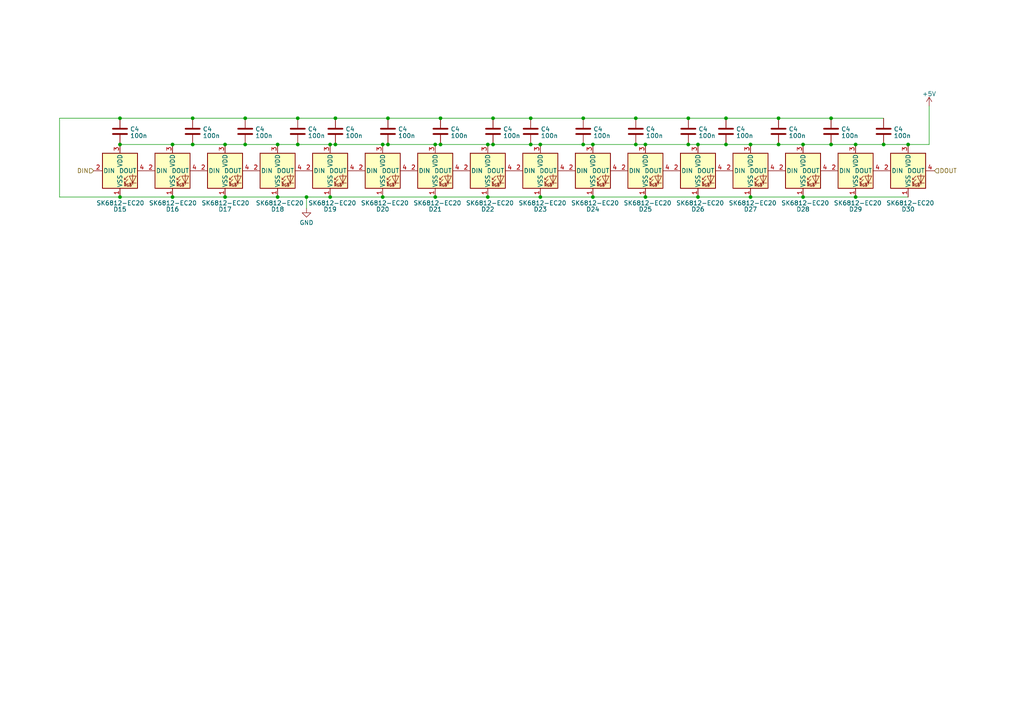
<source format=kicad_sch>
(kicad_sch (version 20230121) (generator eeschema)

  (uuid 444fa96d-3a2b-4cb3-b49b-b59fc1655f23)

  (paper "A4")

  (lib_symbols
    (symbol "Device:C" (pin_numbers hide) (pin_names (offset 0.254)) (in_bom yes) (on_board yes)
      (property "Reference" "C" (at 0.635 2.54 0)
        (effects (font (size 1.27 1.27)) (justify left))
      )
      (property "Value" "C" (at 0.635 -2.54 0)
        (effects (font (size 1.27 1.27)) (justify left))
      )
      (property "Footprint" "" (at 0.9652 -3.81 0)
        (effects (font (size 1.27 1.27)) hide)
      )
      (property "Datasheet" "~" (at 0 0 0)
        (effects (font (size 1.27 1.27)) hide)
      )
      (property "ki_keywords" "cap capacitor" (at 0 0 0)
        (effects (font (size 1.27 1.27)) hide)
      )
      (property "ki_description" "Unpolarized capacitor" (at 0 0 0)
        (effects (font (size 1.27 1.27)) hide)
      )
      (property "ki_fp_filters" "C_*" (at 0 0 0)
        (effects (font (size 1.27 1.27)) hide)
      )
      (symbol "C_0_1"
        (polyline
          (pts
            (xy -2.032 -0.762)
            (xy 2.032 -0.762)
          )
          (stroke (width 0.508) (type default))
          (fill (type none))
        )
        (polyline
          (pts
            (xy -2.032 0.762)
            (xy 2.032 0.762)
          )
          (stroke (width 0.508) (type default))
          (fill (type none))
        )
      )
      (symbol "C_1_1"
        (pin passive line (at 0 3.81 270) (length 2.794)
          (name "~" (effects (font (size 1.27 1.27))))
          (number "1" (effects (font (size 1.27 1.27))))
        )
        (pin passive line (at 0 -3.81 90) (length 2.794)
          (name "~" (effects (font (size 1.27 1.27))))
          (number "2" (effects (font (size 1.27 1.27))))
        )
      )
    )
    (symbol "mapacr:SK6812-EC20" (pin_names (offset 0.254)) (in_bom yes) (on_board yes)
      (property "Reference" "D" (at 5.08 5.715 0)
        (effects (font (size 1.27 1.27)) (justify right bottom))
      )
      (property "Value" "SK6812-EC20" (at 1.27 -5.715 0)
        (effects (font (size 1.27 1.27)) (justify left top))
      )
      (property "Footprint" "mapacr:LED_SK6812-EC20" (at 1.27 -7.62 0)
        (effects (font (size 1.27 1.27)) (justify left top) hide)
      )
      (property "Datasheet" "https://datasheet.lcsc.com/lcsc/2110250930_OPSCO-Optoelectronics-SK6812-EC20_C2909058.pdf" (at 2.54 -9.525 0)
        (effects (font (size 1.27 1.27)) (justify left top) hide)
      )
      (property "JLCPCB_PART" "C2909058" (at 8.89 -12.7 0)
        (effects (font (size 1.27 1.27)))
      )
      (property "ki_keywords" "RGB LED NeoPixel addressable" (at 0 0 0)
        (effects (font (size 1.27 1.27)) hide)
      )
      (property "ki_description" "RGB LED with integrated controller" (at 0 0 0)
        (effects (font (size 1.27 1.27)) hide)
      )
      (property "ki_fp_filters" "LED*WS2812*PLCC*5.0x5.0mm*P3.2mm*" (at 0 0 0)
        (effects (font (size 1.27 1.27)) hide)
      )
      (symbol "SK6812-EC20_0_0"
        (text "RGB" (at 2.286 -4.191 0)
          (effects (font (size 0.762 0.762)))
        )
      )
      (symbol "SK6812-EC20_0_1"
        (rectangle (start -5.08 5.08) (end 5.08 -5.08)
          (stroke (width 0.254) (type default))
          (fill (type background))
        )
        (polyline
          (pts
            (xy 1.27 -3.556)
            (xy 1.778 -3.556)
          )
          (stroke (width 0) (type default))
          (fill (type none))
        )
        (polyline
          (pts
            (xy 1.27 -2.54)
            (xy 1.778 -2.54)
          )
          (stroke (width 0) (type default))
          (fill (type none))
        )
        (polyline
          (pts
            (xy 4.699 -3.556)
            (xy 2.667 -3.556)
          )
          (stroke (width 0) (type default))
          (fill (type none))
        )
        (polyline
          (pts
            (xy 2.286 -2.54)
            (xy 1.27 -3.556)
            (xy 1.27 -3.048)
          )
          (stroke (width 0) (type default))
          (fill (type none))
        )
        (polyline
          (pts
            (xy 2.286 -1.524)
            (xy 1.27 -2.54)
            (xy 1.27 -2.032)
          )
          (stroke (width 0) (type default))
          (fill (type none))
        )
        (polyline
          (pts
            (xy 3.683 -1.016)
            (xy 3.683 -3.556)
            (xy 3.683 -4.064)
          )
          (stroke (width 0) (type default))
          (fill (type none))
        )
        (polyline
          (pts
            (xy 4.699 -1.524)
            (xy 2.667 -1.524)
            (xy 3.683 -3.556)
            (xy 4.699 -1.524)
          )
          (stroke (width 0) (type default))
          (fill (type none))
        )
      )
      (symbol "SK6812-EC20_1_1"
        (pin power_in line (at 0 -7.62 90) (length 2.54)
          (name "VSS" (effects (font (size 1.27 1.27))))
          (number "1" (effects (font (size 1.27 1.27))))
        )
        (pin input line (at -7.62 0 0) (length 2.54)
          (name "DIN" (effects (font (size 1.27 1.27))))
          (number "2" (effects (font (size 1.27 1.27))))
        )
        (pin power_in line (at 0 7.62 270) (length 2.54)
          (name "VDD" (effects (font (size 1.27 1.27))))
          (number "3" (effects (font (size 1.27 1.27))))
        )
        (pin output line (at 7.62 0 180) (length 2.54)
          (name "DOUT" (effects (font (size 1.27 1.27))))
          (number "4" (effects (font (size 1.27 1.27))))
        )
      )
    )
    (symbol "power:+5V" (power) (pin_names (offset 0)) (in_bom yes) (on_board yes)
      (property "Reference" "#PWR" (at 0 -3.81 0)
        (effects (font (size 1.27 1.27)) hide)
      )
      (property "Value" "+5V" (at 0 3.556 0)
        (effects (font (size 1.27 1.27)))
      )
      (property "Footprint" "" (at 0 0 0)
        (effects (font (size 1.27 1.27)) hide)
      )
      (property "Datasheet" "" (at 0 0 0)
        (effects (font (size 1.27 1.27)) hide)
      )
      (property "ki_keywords" "global power" (at 0 0 0)
        (effects (font (size 1.27 1.27)) hide)
      )
      (property "ki_description" "Power symbol creates a global label with name \"+5V\"" (at 0 0 0)
        (effects (font (size 1.27 1.27)) hide)
      )
      (symbol "+5V_0_1"
        (polyline
          (pts
            (xy -0.762 1.27)
            (xy 0 2.54)
          )
          (stroke (width 0) (type default))
          (fill (type none))
        )
        (polyline
          (pts
            (xy 0 0)
            (xy 0 2.54)
          )
          (stroke (width 0) (type default))
          (fill (type none))
        )
        (polyline
          (pts
            (xy 0 2.54)
            (xy 0.762 1.27)
          )
          (stroke (width 0) (type default))
          (fill (type none))
        )
      )
      (symbol "+5V_1_1"
        (pin power_in line (at 0 0 90) (length 0) hide
          (name "+5V" (effects (font (size 1.27 1.27))))
          (number "1" (effects (font (size 1.27 1.27))))
        )
      )
    )
    (symbol "power:GND" (power) (pin_names (offset 0)) (in_bom yes) (on_board yes)
      (property "Reference" "#PWR" (at 0 -6.35 0)
        (effects (font (size 1.27 1.27)) hide)
      )
      (property "Value" "GND" (at 0 -3.81 0)
        (effects (font (size 1.27 1.27)))
      )
      (property "Footprint" "" (at 0 0 0)
        (effects (font (size 1.27 1.27)) hide)
      )
      (property "Datasheet" "" (at 0 0 0)
        (effects (font (size 1.27 1.27)) hide)
      )
      (property "ki_keywords" "global power" (at 0 0 0)
        (effects (font (size 1.27 1.27)) hide)
      )
      (property "ki_description" "Power symbol creates a global label with name \"GND\" , ground" (at 0 0 0)
        (effects (font (size 1.27 1.27)) hide)
      )
      (symbol "GND_0_1"
        (polyline
          (pts
            (xy 0 0)
            (xy 0 -1.27)
            (xy 1.27 -1.27)
            (xy 0 -2.54)
            (xy -1.27 -1.27)
            (xy 0 -1.27)
          )
          (stroke (width 0) (type default))
          (fill (type none))
        )
      )
      (symbol "GND_1_1"
        (pin power_in line (at 0 0 270) (length 0) hide
          (name "GND" (effects (font (size 1.27 1.27))))
          (number "1" (effects (font (size 1.27 1.27))))
        )
      )
    )
  )

  (junction (at 71.12 34.29) (diameter 0) (color 0 0 0 0)
    (uuid 01822d97-5c63-4085-bf2e-8b2f5164cb39)
  )
  (junction (at 184.404 41.91) (diameter 0) (color 0 0 0 0)
    (uuid 094a6a4f-db8e-4d35-a9e1-9f46540f14b6)
  )
  (junction (at 141.478 41.91) (diameter 0) (color 0 0 0 0)
    (uuid 0dc49164-31f0-4701-a7be-5e0cecef28e6)
  )
  (junction (at 241.046 41.91) (diameter 0) (color 0 0 0 0)
    (uuid 0e18f18a-156f-420e-b8e0-63e7cc67c5da)
  )
  (junction (at 241.046 34.29) (diameter 0) (color 0 0 0 0)
    (uuid 12aa35ca-444d-42cc-9e46-cfbd3c2a4359)
  )
  (junction (at 97.282 34.29) (diameter 0) (color 0 0 0 0)
    (uuid 171aa708-fae2-4ff7-b1c4-4a48fc8c517b)
  )
  (junction (at 217.678 41.91) (diameter 0) (color 0 0 0 0)
    (uuid 1ba9471f-1467-4687-afaa-ed739bc1c364)
  )
  (junction (at 199.644 41.91) (diameter 0) (color 0 0 0 0)
    (uuid 201596cf-8e56-46b7-8a0a-0298395694e9)
  )
  (junction (at 86.36 41.91) (diameter 0) (color 0 0 0 0)
    (uuid 20de14c8-e9c4-49c9-8ea3-b4fb3f1cf1dd)
  )
  (junction (at 184.404 34.29) (diameter 0) (color 0 0 0 0)
    (uuid 268c36fe-7025-4ab4-9d53-985e19bf2867)
  )
  (junction (at 210.566 34.29) (diameter 0) (color 0 0 0 0)
    (uuid 2757c6c2-856a-457d-8823-bdfa5e3d5d24)
  )
  (junction (at 248.158 41.91) (diameter 0) (color 0 0 0 0)
    (uuid 2a0b6ed6-df7c-4f2e-8952-0ee3c3da7252)
  )
  (junction (at 71.12 41.91) (diameter 0) (color 0 0 0 0)
    (uuid 2cd87635-da61-4e6a-b084-24ba7754322e)
  )
  (junction (at 65.278 41.91) (diameter 0) (color 0 0 0 0)
    (uuid 35146cb4-dbfa-47e3-8fe8-80e3740d8213)
  )
  (junction (at 153.924 34.29) (diameter 0) (color 0 0 0 0)
    (uuid 376858a6-68f3-4fb1-92c7-9a99c9b9471b)
  )
  (junction (at 34.798 34.29) (diameter 0) (color 0 0 0 0)
    (uuid 3b74fcee-ca8d-419d-a00d-c35e7e66d796)
  )
  (junction (at 187.198 41.91) (diameter 0) (color 0 0 0 0)
    (uuid 3be39f4f-114c-4552-875f-0f1e4b74c1aa)
  )
  (junction (at 65.278 57.15) (diameter 0) (color 0 0 0 0)
    (uuid 40f1290c-c8b6-4f5c-b2f3-ce284304d2e9)
  )
  (junction (at 97.282 41.91) (diameter 0) (color 0 0 0 0)
    (uuid 41cf75c3-dc5f-451d-87b0-ec89183fd3f6)
  )
  (junction (at 232.918 57.15) (diameter 0) (color 0 0 0 0)
    (uuid 45b0eee7-4a22-46c9-90eb-2f1de5490e36)
  )
  (junction (at 232.918 41.91) (diameter 0) (color 0 0 0 0)
    (uuid 6a5b85bf-10bb-40d7-a36e-b039bffffd27)
  )
  (junction (at 171.958 57.15) (diameter 0) (color 0 0 0 0)
    (uuid 6dc5bf94-622a-4ff0-93b4-ffb9741b3745)
  )
  (junction (at 50.038 41.91) (diameter 0) (color 0 0 0 0)
    (uuid 6f17f4d6-19a0-4a24-8dbd-1cd7cf5c940a)
  )
  (junction (at 141.478 57.15) (diameter 0) (color 0 0 0 0)
    (uuid 703b0108-8afc-4949-9285-af8111d2e91e)
  )
  (junction (at 50.038 57.15) (diameter 0) (color 0 0 0 0)
    (uuid 71e4f833-139f-40f0-9df3-52f9f2894bbf)
  )
  (junction (at 34.798 41.91) (diameter 0) (color 0 0 0 0)
    (uuid 7441bafe-f8dd-4373-a0de-f83b8e03fbc7)
  )
  (junction (at 110.998 57.15) (diameter 0) (color 0 0 0 0)
    (uuid 76d20ee8-7295-490e-8b48-ed4bb07041e3)
  )
  (junction (at 169.164 34.29) (diameter 0) (color 0 0 0 0)
    (uuid 7fcdbaa4-4e3a-4955-a730-e0e3a3847a71)
  )
  (junction (at 143.002 34.29) (diameter 0) (color 0 0 0 0)
    (uuid 84e354be-47bf-4858-bf8b-0c4af8cbccec)
  )
  (junction (at 127.762 34.29) (diameter 0) (color 0 0 0 0)
    (uuid 8952740a-1b72-4cc8-8fc1-2171ca9dd355)
  )
  (junction (at 112.522 41.91) (diameter 0) (color 0 0 0 0)
    (uuid 8f2b4638-b9ee-4996-b1a9-256fbad79232)
  )
  (junction (at 95.758 57.15) (diameter 0) (color 0 0 0 0)
    (uuid 90cd0190-5137-4025-90ba-dc8b0943b583)
  )
  (junction (at 34.798 57.15) (diameter 0) (color 0 0 0 0)
    (uuid 91083f2b-1dc9-4064-9376-f9d50c21cf5e)
  )
  (junction (at 112.522 34.29) (diameter 0) (color 0 0 0 0)
    (uuid 9220147a-6e93-4514-8b13-1d3f51f21903)
  )
  (junction (at 55.88 34.29) (diameter 0) (color 0 0 0 0)
    (uuid 96399c39-fcfa-4250-8865-f526700a19de)
  )
  (junction (at 156.718 57.15) (diameter 0) (color 0 0 0 0)
    (uuid 98487f72-b49e-4836-9ce9-7196df856efd)
  )
  (junction (at 187.198 57.15) (diameter 0) (color 0 0 0 0)
    (uuid 988ee6a6-d107-4317-9c76-df33c73a9e41)
  )
  (junction (at 153.924 41.91) (diameter 0) (color 0 0 0 0)
    (uuid 9cb8ec7c-700c-41c5-815a-9aebdfb794ee)
  )
  (junction (at 202.438 41.91) (diameter 0) (color 0 0 0 0)
    (uuid a30199ee-26c5-4290-8bb5-ff4ba20ec180)
  )
  (junction (at 217.678 57.15) (diameter 0) (color 0 0 0 0)
    (uuid a7bb0131-5260-4476-b0b6-e05fb4257581)
  )
  (junction (at 88.9 57.15) (diameter 0) (color 0 0 0 0)
    (uuid a9e66d0f-86d1-425a-a13a-364bcf0dd37f)
  )
  (junction (at 86.36 34.29) (diameter 0) (color 0 0 0 0)
    (uuid afd94330-0110-43e1-bb1f-219291fc8da2)
  )
  (junction (at 248.158 57.15) (diameter 0) (color 0 0 0 0)
    (uuid b22ce476-b176-4070-9286-0cd8cfdc66cd)
  )
  (junction (at 127.762 41.91) (diameter 0) (color 0 0 0 0)
    (uuid bed2185a-4606-406b-a81a-d3cbeab23a14)
  )
  (junction (at 199.644 34.29) (diameter 0) (color 0 0 0 0)
    (uuid c267361e-bf62-481e-a285-c76f10a4b455)
  )
  (junction (at 263.398 41.91) (diameter 0) (color 0 0 0 0)
    (uuid c2c8829c-d4ba-4c5d-82c1-75a569c3917a)
  )
  (junction (at 171.958 41.91) (diameter 0) (color 0 0 0 0)
    (uuid c5fb7841-9f4d-408b-98ec-7b82c3f3b686)
  )
  (junction (at 210.566 41.91) (diameter 0) (color 0 0 0 0)
    (uuid ca0fcbbc-25af-4b6c-b6b6-b40ba718a85b)
  )
  (junction (at 80.518 41.91) (diameter 0) (color 0 0 0 0)
    (uuid cffe36c7-89ab-4c30-bf31-4029f14456d7)
  )
  (junction (at 110.998 41.91) (diameter 0) (color 0 0 0 0)
    (uuid d0c4dbd3-c9ad-4c1f-b300-e0bed0c6e449)
  )
  (junction (at 80.518 57.15) (diameter 0) (color 0 0 0 0)
    (uuid d83a0d51-8d6b-4e33-bbc5-e1a8979e2b07)
  )
  (junction (at 225.806 34.29) (diameter 0) (color 0 0 0 0)
    (uuid d9daaf88-0faa-4bc1-928a-6f57f8e1df4e)
  )
  (junction (at 156.718 41.91) (diameter 0) (color 0 0 0 0)
    (uuid db034875-c92c-43cf-9e45-a5f74e0189c5)
  )
  (junction (at 143.002 41.91) (diameter 0) (color 0 0 0 0)
    (uuid db40a602-9691-4768-98e3-b11d1c59571f)
  )
  (junction (at 55.88 41.91) (diameter 0) (color 0 0 0 0)
    (uuid dd1a570a-01dc-4622-84fe-a1207de732a5)
  )
  (junction (at 95.758 41.91) (diameter 0) (color 0 0 0 0)
    (uuid df6706f8-8bf8-4a43-ab78-e78cbad29b5b)
  )
  (junction (at 126.238 57.15) (diameter 0) (color 0 0 0 0)
    (uuid edcef75e-13eb-43d7-a7cb-5176dd81b054)
  )
  (junction (at 126.238 41.91) (diameter 0) (color 0 0 0 0)
    (uuid f2858c61-1e61-4419-9094-ce0c9d82d0a9)
  )
  (junction (at 256.286 41.91) (diameter 0) (color 0 0 0 0)
    (uuid fb6d992f-459a-4461-b6a2-bd1266018966)
  )
  (junction (at 169.164 41.91) (diameter 0) (color 0 0 0 0)
    (uuid fb868045-dd4d-4601-921a-ce9dfa48ff5d)
  )
  (junction (at 225.806 41.91) (diameter 0) (color 0 0 0 0)
    (uuid fbf1907e-de32-40a7-ba20-2a97f4ccc94a)
  )
  (junction (at 202.438 57.15) (diameter 0) (color 0 0 0 0)
    (uuid ffeb0b1a-9c85-4a87-9fae-fbf4524dbbb8)
  )

  (wire (pts (xy 202.438 41.91) (xy 210.566 41.91))
    (stroke (width 0) (type default))
    (uuid 0421a0f8-b595-4fb7-9c47-3f87d579e147)
  )
  (wire (pts (xy 34.798 34.29) (xy 55.88 34.29))
    (stroke (width 0) (type default))
    (uuid 04c3a42a-1800-4a3a-8ca4-fba9ebcd4dfa)
  )
  (wire (pts (xy 241.046 34.29) (xy 225.806 34.29))
    (stroke (width 0) (type default))
    (uuid 0635d4f3-3c71-4988-9878-93728f4ae629)
  )
  (wire (pts (xy 256.286 41.91) (xy 263.398 41.91))
    (stroke (width 0) (type default))
    (uuid 07326564-0c61-409d-9f5e-e02831150c01)
  )
  (wire (pts (xy 248.158 41.91) (xy 256.286 41.91))
    (stroke (width 0) (type default))
    (uuid 0ae15387-7ce5-426d-8c2e-6eb6f26b6a61)
  )
  (wire (pts (xy 184.404 41.91) (xy 187.198 41.91))
    (stroke (width 0) (type default))
    (uuid 0bea5fa1-deb7-4f74-b1c9-d71768d0efd7)
  )
  (wire (pts (xy 86.36 34.29) (xy 71.12 34.29))
    (stroke (width 0) (type default))
    (uuid 0c45f695-168e-43fd-9f7a-a0e8f70b4395)
  )
  (wire (pts (xy 110.998 57.15) (xy 126.238 57.15))
    (stroke (width 0) (type default))
    (uuid 0f500c04-552b-4b2b-a04a-d7e13aaf361a)
  )
  (wire (pts (xy 153.924 34.29) (xy 143.002 34.29))
    (stroke (width 0) (type default))
    (uuid 17ea6a99-ecef-4eed-9a49-c86351cf4920)
  )
  (wire (pts (xy 141.478 57.15) (xy 156.718 57.15))
    (stroke (width 0) (type default))
    (uuid 2228a728-3412-4fce-86f0-d63f9da39d0a)
  )
  (wire (pts (xy 269.494 41.91) (xy 269.494 30.734))
    (stroke (width 0) (type default))
    (uuid 29bec527-26a4-4157-8be2-76a2a6417db9)
  )
  (wire (pts (xy 171.958 57.15) (xy 187.198 57.15))
    (stroke (width 0) (type default))
    (uuid 2f7b4af4-d0be-461a-8b66-ce34bfd1ffb7)
  )
  (wire (pts (xy 153.924 41.91) (xy 156.718 41.91))
    (stroke (width 0) (type default))
    (uuid 3187703c-9353-4cf1-8969-f73c99a42e9a)
  )
  (wire (pts (xy 95.758 41.91) (xy 97.282 41.91))
    (stroke (width 0) (type default))
    (uuid 38c2f442-e333-42a3-a13f-a614b9f3d694)
  )
  (wire (pts (xy 127.762 41.91) (xy 141.478 41.91))
    (stroke (width 0) (type default))
    (uuid 39e3cdf9-7358-45cd-9eb7-762697e85bb2)
  )
  (wire (pts (xy 55.88 41.91) (xy 65.278 41.91))
    (stroke (width 0) (type default))
    (uuid 40caebaa-1851-4b9c-b2f6-db8ee91d7262)
  )
  (wire (pts (xy 112.522 41.91) (xy 126.238 41.91))
    (stroke (width 0) (type default))
    (uuid 4f9a489c-c753-49e5-b01a-29da3e787557)
  )
  (wire (pts (xy 217.678 57.15) (xy 232.918 57.15))
    (stroke (width 0) (type default))
    (uuid 548600fa-66bc-4c36-8657-5969317d6ea8)
  )
  (wire (pts (xy 95.758 57.15) (xy 110.998 57.15))
    (stroke (width 0) (type default))
    (uuid 5646a578-b720-4b61-9fe0-7b52feecf9aa)
  )
  (wire (pts (xy 210.566 34.29) (xy 199.644 34.29))
    (stroke (width 0) (type default))
    (uuid 56e9ca50-c8ce-4f5d-96eb-d45037ffd667)
  )
  (wire (pts (xy 34.798 41.91) (xy 50.038 41.91))
    (stroke (width 0) (type default))
    (uuid 5f04e6a0-f55f-42b3-bdc5-6fc368bc89d4)
  )
  (wire (pts (xy 169.164 34.29) (xy 153.924 34.29))
    (stroke (width 0) (type default))
    (uuid 60c8663d-c95b-4b3c-971a-43c954d5d56e)
  )
  (wire (pts (xy 199.644 34.29) (xy 184.404 34.29))
    (stroke (width 0) (type default))
    (uuid 67398b18-b44f-4a32-b3c0-03f933819acc)
  )
  (wire (pts (xy 17.272 34.29) (xy 34.798 34.29))
    (stroke (width 0) (type default))
    (uuid 6f567f4d-9fd0-4977-af55-84b0e253b8e0)
  )
  (wire (pts (xy 256.286 34.29) (xy 241.046 34.29))
    (stroke (width 0) (type default))
    (uuid 70087754-64eb-4f72-b229-9804139a5d20)
  )
  (wire (pts (xy 97.282 34.29) (xy 86.36 34.29))
    (stroke (width 0) (type default))
    (uuid 7462e014-2c2b-4b99-bf56-5e6d719fbd88)
  )
  (wire (pts (xy 210.566 41.91) (xy 217.678 41.91))
    (stroke (width 0) (type default))
    (uuid 774f5c49-7a4e-49e8-a4e1-54de7b329a1d)
  )
  (wire (pts (xy 65.278 41.91) (xy 71.12 41.91))
    (stroke (width 0) (type default))
    (uuid 7a7ec6c1-2e1a-47a8-9d11-e38c596a8359)
  )
  (wire (pts (xy 143.002 41.91) (xy 153.924 41.91))
    (stroke (width 0) (type default))
    (uuid 832909ae-3bb0-4f8f-8425-e0b5838555f4)
  )
  (wire (pts (xy 50.038 57.15) (xy 65.278 57.15))
    (stroke (width 0) (type default))
    (uuid 8393aecd-dc0d-4af9-bd2c-939bdfae192d)
  )
  (wire (pts (xy 127.762 34.29) (xy 112.522 34.29))
    (stroke (width 0) (type default))
    (uuid 89b4fb72-2023-4c04-99db-b1cd7049e83b)
  )
  (wire (pts (xy 263.398 41.91) (xy 269.494 41.91))
    (stroke (width 0) (type default))
    (uuid 9452943b-ae87-42a8-b160-0c326ed29c43)
  )
  (wire (pts (xy 17.272 34.29) (xy 17.272 57.15))
    (stroke (width 0) (type default))
    (uuid 95656c52-8c11-4b5f-81a5-e1f28eaf953b)
  )
  (wire (pts (xy 80.518 57.15) (xy 88.9 57.15))
    (stroke (width 0) (type default))
    (uuid 958a91d7-4d7a-4424-8745-3d6bb78d63cd)
  )
  (wire (pts (xy 241.046 41.91) (xy 248.158 41.91))
    (stroke (width 0) (type default))
    (uuid 98348a73-de93-4211-a7f5-1125a3d03a1e)
  )
  (wire (pts (xy 50.038 41.91) (xy 55.88 41.91))
    (stroke (width 0) (type default))
    (uuid 99bbb303-884d-496f-8875-12dfa91b7891)
  )
  (wire (pts (xy 126.238 41.91) (xy 127.762 41.91))
    (stroke (width 0) (type default))
    (uuid 9ad7f095-fc70-4d3a-b234-7ccc8dbe0637)
  )
  (wire (pts (xy 171.958 41.91) (xy 184.404 41.91))
    (stroke (width 0) (type default))
    (uuid 9e919500-8bbd-40c6-9dda-735aae60c94d)
  )
  (wire (pts (xy 141.478 41.91) (xy 143.002 41.91))
    (stroke (width 0) (type default))
    (uuid a233ff9f-6d6c-429e-9ca7-760ad15b1f66)
  )
  (wire (pts (xy 156.718 57.15) (xy 171.958 57.15))
    (stroke (width 0) (type default))
    (uuid a40e4793-5c61-46cb-a8e2-535de6b07373)
  )
  (wire (pts (xy 86.36 41.91) (xy 95.758 41.91))
    (stroke (width 0) (type default))
    (uuid a57f6a00-36b4-483e-96a5-4627f9aafd39)
  )
  (wire (pts (xy 248.158 57.15) (xy 263.398 57.15))
    (stroke (width 0) (type default))
    (uuid a6da3e85-492d-4494-9b15-d673c65e21f6)
  )
  (wire (pts (xy 126.238 57.15) (xy 141.478 57.15))
    (stroke (width 0) (type default))
    (uuid a7e089e7-e9c5-4053-ba1b-cabe1ce3f944)
  )
  (wire (pts (xy 232.918 41.91) (xy 241.046 41.91))
    (stroke (width 0) (type default))
    (uuid b0e2297c-beed-46cc-932c-2b8e5bdd3a7d)
  )
  (wire (pts (xy 156.718 41.91) (xy 169.164 41.91))
    (stroke (width 0) (type default))
    (uuid b427ee8d-79e3-475d-97a0-baebdc26d370)
  )
  (wire (pts (xy 225.806 41.91) (xy 232.918 41.91))
    (stroke (width 0) (type default))
    (uuid b883b9b1-4c13-42c9-a825-996d70e44b5d)
  )
  (wire (pts (xy 88.9 57.15) (xy 95.758 57.15))
    (stroke (width 0) (type default))
    (uuid b8edd4a8-49fe-4383-a25a-db678cfb578e)
  )
  (wire (pts (xy 88.9 57.15) (xy 88.9 60.452))
    (stroke (width 0) (type default))
    (uuid bcd2f7d6-093d-418a-a022-4bc469531ee2)
  )
  (wire (pts (xy 34.798 57.15) (xy 50.038 57.15))
    (stroke (width 0) (type default))
    (uuid bcf15f1a-22cc-4808-af7b-9a65875631e8)
  )
  (wire (pts (xy 184.404 34.29) (xy 169.164 34.29))
    (stroke (width 0) (type default))
    (uuid bef5cb95-9cce-499a-a72e-520dc52f5d80)
  )
  (wire (pts (xy 217.678 41.91) (xy 225.806 41.91))
    (stroke (width 0) (type default))
    (uuid caed7f6f-64ee-4371-8e67-f90429aa557e)
  )
  (wire (pts (xy 110.998 41.91) (xy 112.522 41.91))
    (stroke (width 0) (type default))
    (uuid cf403e4e-8303-4106-b720-2e1b26bf52ff)
  )
  (wire (pts (xy 65.278 57.15) (xy 80.518 57.15))
    (stroke (width 0) (type default))
    (uuid d1171ecd-2bf9-430a-904d-5360b9459f5a)
  )
  (wire (pts (xy 80.518 41.91) (xy 86.36 41.91))
    (stroke (width 0) (type default))
    (uuid d70b5b06-8856-4343-b48e-6b2569ffd201)
  )
  (wire (pts (xy 202.438 57.15) (xy 217.678 57.15))
    (stroke (width 0) (type default))
    (uuid d891a386-77d3-4a13-a7ad-b3fd5b5aba83)
  )
  (wire (pts (xy 169.164 41.91) (xy 171.958 41.91))
    (stroke (width 0) (type default))
    (uuid d8fa86bc-bd10-4dec-9958-7ebd89d9a622)
  )
  (wire (pts (xy 187.198 41.91) (xy 199.644 41.91))
    (stroke (width 0) (type default))
    (uuid dac5004c-cf11-49e3-95ec-b26b6d271d08)
  )
  (wire (pts (xy 225.806 34.29) (xy 210.566 34.29))
    (stroke (width 0) (type default))
    (uuid dd51e41d-2eff-48d1-87fd-d94fcf4a119d)
  )
  (wire (pts (xy 71.12 41.91) (xy 80.518 41.91))
    (stroke (width 0) (type default))
    (uuid e4fa6015-deba-4ffc-b7b3-39147857a614)
  )
  (wire (pts (xy 17.272 57.15) (xy 34.798 57.15))
    (stroke (width 0) (type default))
    (uuid e58cc440-1a78-45d7-a897-db8195f9b1d1)
  )
  (wire (pts (xy 143.002 34.29) (xy 127.762 34.29))
    (stroke (width 0) (type default))
    (uuid e6abdd63-fdd6-4e73-bf8a-ad977a8deff0)
  )
  (wire (pts (xy 112.522 34.29) (xy 97.282 34.29))
    (stroke (width 0) (type default))
    (uuid ebf3cd66-40b1-48fd-aa90-3bf011178643)
  )
  (wire (pts (xy 199.644 41.91) (xy 202.438 41.91))
    (stroke (width 0) (type default))
    (uuid ec7e3398-f9b5-4136-b191-b71a0b60f1e9)
  )
  (wire (pts (xy 232.918 57.15) (xy 248.158 57.15))
    (stroke (width 0) (type default))
    (uuid eeeca216-6250-450d-8b5a-c7eb4787b3d5)
  )
  (wire (pts (xy 97.282 41.91) (xy 110.998 41.91))
    (stroke (width 0) (type default))
    (uuid ef5a02c0-c789-4d1b-be38-c6860a9f9c2c)
  )
  (wire (pts (xy 71.12 34.29) (xy 55.88 34.29))
    (stroke (width 0) (type default))
    (uuid fb66e71e-624f-4a8e-a310-771aadfaa22d)
  )
  (wire (pts (xy 187.198 57.15) (xy 202.438 57.15))
    (stroke (width 0) (type default))
    (uuid fed01e55-a517-4df8-b4d6-8a60530ff86b)
  )

  (hierarchical_label "DOUT" (shape input) (at 271.018 49.53 0) (fields_autoplaced)
    (effects (font (size 1.27 1.27)) (justify left))
    (uuid 98f88212-7f56-4dca-8ca2-688b5c8f3236)
  )
  (hierarchical_label "DIN" (shape input) (at 27.178 49.53 180) (fields_autoplaced)
    (effects (font (size 1.27 1.27)) (justify right))
    (uuid ec9d3d10-ffef-475f-bc06-b38395eb9e1c)
  )

  (symbol (lib_id "Device:C") (at 55.88 38.1 0) (unit 1)
    (in_bom yes) (on_board yes) (dnp no) (fields_autoplaced)
    (uuid 05131346-c41f-4ea3-8e68-16c631112036)
    (property "Reference" "C4" (at 58.801 37.4563 0)
      (effects (font (size 1.27 1.27)) (justify left))
    )
    (property "Value" "100n" (at 58.801 39.3773 0)
      (effects (font (size 1.27 1.27)) (justify left))
    )
    (property "Footprint" "Capacitor_SMD:C_0603_1608Metric" (at 56.8452 41.91 0)
      (effects (font (size 1.27 1.27)) hide)
    )
    (property "Datasheet" "~" (at 55.88 38.1 0)
      (effects (font (size 1.27 1.27)) hide)
    )
    (property "JLCPCB_PART" "C14663" (at 55.88 38.1 0)
      (effects (font (size 1.27 1.27)) hide)
    )
    (pin "1" (uuid 82bb9b0e-8a6f-4c43-8460-26f2ea2607e6))
    (pin "2" (uuid 0ab1785e-9338-4635-bfb8-b027cc141d4e))
    (instances
      (project "mapacr_budget"
        (path "/71b974b8-1ba1-4062-b002-6a1a7fefb29b"
          (reference "C4") (unit 1)
        )
        (path "/71b974b8-1ba1-4062-b002-6a1a7fefb29b/f52dec1b-c982-41db-b30e-ceff01a37811"
          (reference "C21") (unit 1)
        )
        (path "/71b974b8-1ba1-4062-b002-6a1a7fefb29b/402cd8cc-f516-424c-85a0-522f37d43c49"
          (reference "C22") (unit 1)
        )
        (path "/71b974b8-1ba1-4062-b002-6a1a7fefb29b/406a379a-0026-4462-a438-13893326d56e"
          (reference "C23") (unit 1)
        )
        (path "/71b974b8-1ba1-4062-b002-6a1a7fefb29b/61e8544f-1984-44ab-b3c9-02e9f2cb8537"
          (reference "C24") (unit 1)
        )
        (path "/71b974b8-1ba1-4062-b002-6a1a7fefb29b/45742699-6e65-4de0-9a9f-deffae99a3e2"
          (reference "C25") (unit 1)
        )
        (path "/71b974b8-1ba1-4062-b002-6a1a7fefb29b/fd207ae8-3562-48d7-a269-49069aa87ee2"
          (reference "C26") (unit 1)
        )
        (path "/71b974b8-1ba1-4062-b002-6a1a7fefb29b/efb310ba-6218-4192-a0b7-3542a75ac5f7"
          (reference "C27") (unit 1)
        )
        (path "/71b974b8-1ba1-4062-b002-6a1a7fefb29b/9ae854d1-0d72-426c-85fa-670aa3eaa4e9"
          (reference "C28") (unit 1)
        )
        (path "/71b974b8-1ba1-4062-b002-6a1a7fefb29b/4d9fab85-4e20-4961-b776-60f98c0c1888"
          (reference "C29") (unit 1)
        )
        (path "/71b974b8-1ba1-4062-b002-6a1a7fefb29b/78103047-5bab-49fc-ab7a-b39956314c55"
          (reference "C30") (unit 1)
        )
        (path "/71b974b8-1ba1-4062-b002-6a1a7fefb29b/4189508a-fe50-4970-bb0b-021d1f390878"
          (reference "C7") (unit 1)
        )
        (path "/71b974b8-1ba1-4062-b002-6a1a7fefb29b/c2b1e53e-f8cf-4ddc-a068-d1ddbffb9516"
          (reference "C131") (unit 1)
        )
        (path "/71b974b8-1ba1-4062-b002-6a1a7fefb29b/cd008e09-bb9f-46c6-a275-94091b347f51"
          (reference "C135") (unit 1)
        )
        (path "/71b974b8-1ba1-4062-b002-6a1a7fefb29b/709e6a93-83c6-451a-be29-e89a6b4666e9"
          (reference "C139") (unit 1)
        )
        (path "/71b974b8-1ba1-4062-b002-6a1a7fefb29b/7c495335-9864-4d49-8f25-30c998b55bfc"
          (reference "C143") (unit 1)
        )
      )
      (project "mapacr_controller"
        (path "/c2c1ed0a-c892-43f8-b0d8-e01dd6d47873"
          (reference "C4") (unit 1)
        )
      )
    )
  )

  (symbol (lib_id "Device:C") (at 127.762 38.1 0) (unit 1)
    (in_bom yes) (on_board yes) (dnp no) (fields_autoplaced)
    (uuid 0a110865-161f-498a-bed6-eb176e4738ab)
    (property "Reference" "C4" (at 130.683 37.4563 0)
      (effects (font (size 1.27 1.27)) (justify left))
    )
    (property "Value" "100n" (at 130.683 39.3773 0)
      (effects (font (size 1.27 1.27)) (justify left))
    )
    (property "Footprint" "Capacitor_SMD:C_0603_1608Metric" (at 128.7272 41.91 0)
      (effects (font (size 1.27 1.27)) hide)
    )
    (property "Datasheet" "~" (at 127.762 38.1 0)
      (effects (font (size 1.27 1.27)) hide)
    )
    (property "JLCPCB_PART" "C14663" (at 127.762 38.1 0)
      (effects (font (size 1.27 1.27)) hide)
    )
    (pin "1" (uuid 7f97ef5b-c502-42de-8034-f9457146f1b9))
    (pin "2" (uuid 51efa519-b0ed-4760-b8c2-0b235433e45a))
    (instances
      (project "mapacr_budget"
        (path "/71b974b8-1ba1-4062-b002-6a1a7fefb29b"
          (reference "C4") (unit 1)
        )
        (path "/71b974b8-1ba1-4062-b002-6a1a7fefb29b/f52dec1b-c982-41db-b30e-ceff01a37811"
          (reference "C31") (unit 1)
        )
        (path "/71b974b8-1ba1-4062-b002-6a1a7fefb29b/402cd8cc-f516-424c-85a0-522f37d43c49"
          (reference "C32") (unit 1)
        )
        (path "/71b974b8-1ba1-4062-b002-6a1a7fefb29b/406a379a-0026-4462-a438-13893326d56e"
          (reference "C33") (unit 1)
        )
        (path "/71b974b8-1ba1-4062-b002-6a1a7fefb29b/61e8544f-1984-44ab-b3c9-02e9f2cb8537"
          (reference "C34") (unit 1)
        )
        (path "/71b974b8-1ba1-4062-b002-6a1a7fefb29b/45742699-6e65-4de0-9a9f-deffae99a3e2"
          (reference "C35") (unit 1)
        )
        (path "/71b974b8-1ba1-4062-b002-6a1a7fefb29b/fd207ae8-3562-48d7-a269-49069aa87ee2"
          (reference "C36") (unit 1)
        )
        (path "/71b974b8-1ba1-4062-b002-6a1a7fefb29b/efb310ba-6218-4192-a0b7-3542a75ac5f7"
          (reference "C37") (unit 1)
        )
        (path "/71b974b8-1ba1-4062-b002-6a1a7fefb29b/9ae854d1-0d72-426c-85fa-670aa3eaa4e9"
          (reference "C38") (unit 1)
        )
        (path "/71b974b8-1ba1-4062-b002-6a1a7fefb29b/4d9fab85-4e20-4961-b776-60f98c0c1888"
          (reference "C39") (unit 1)
        )
        (path "/71b974b8-1ba1-4062-b002-6a1a7fefb29b/78103047-5bab-49fc-ab7a-b39956314c55"
          (reference "C40") (unit 1)
        )
        (path "/71b974b8-1ba1-4062-b002-6a1a7fefb29b/4189508a-fe50-4970-bb0b-021d1f390878"
          (reference "C148") (unit 1)
        )
        (path "/71b974b8-1ba1-4062-b002-6a1a7fefb29b/c2b1e53e-f8cf-4ddc-a068-d1ddbffb9516"
          (reference "C152") (unit 1)
        )
        (path "/71b974b8-1ba1-4062-b002-6a1a7fefb29b/cd008e09-bb9f-46c6-a275-94091b347f51"
          (reference "C156") (unit 1)
        )
        (path "/71b974b8-1ba1-4062-b002-6a1a7fefb29b/709e6a93-83c6-451a-be29-e89a6b4666e9"
          (reference "C160") (unit 1)
        )
        (path "/71b974b8-1ba1-4062-b002-6a1a7fefb29b/7c495335-9864-4d49-8f25-30c998b55bfc"
          (reference "C164") (unit 1)
        )
      )
      (project "mapacr_controller"
        (path "/c2c1ed0a-c892-43f8-b0d8-e01dd6d47873"
          (reference "C4") (unit 1)
        )
      )
    )
  )

  (symbol (lib_id "Device:C") (at 143.002 38.1 0) (unit 1)
    (in_bom yes) (on_board yes) (dnp no) (fields_autoplaced)
    (uuid 0a487c27-5de7-4ebc-99d5-215a3ed45277)
    (property "Reference" "C4" (at 145.923 37.4563 0)
      (effects (font (size 1.27 1.27)) (justify left))
    )
    (property "Value" "100n" (at 145.923 39.3773 0)
      (effects (font (size 1.27 1.27)) (justify left))
    )
    (property "Footprint" "Capacitor_SMD:C_0603_1608Metric" (at 143.9672 41.91 0)
      (effects (font (size 1.27 1.27)) hide)
    )
    (property "Datasheet" "~" (at 143.002 38.1 0)
      (effects (font (size 1.27 1.27)) hide)
    )
    (property "JLCPCB_PART" "C14663" (at 143.002 38.1 0)
      (effects (font (size 1.27 1.27)) hide)
    )
    (pin "1" (uuid b5df1a61-0c62-4df9-a5e7-97a5529e54b9))
    (pin "2" (uuid b43f365d-fe30-4947-a392-0b7e40c37a10))
    (instances
      (project "mapacr_budget"
        (path "/71b974b8-1ba1-4062-b002-6a1a7fefb29b"
          (reference "C4") (unit 1)
        )
        (path "/71b974b8-1ba1-4062-b002-6a1a7fefb29b/f52dec1b-c982-41db-b30e-ceff01a37811"
          (reference "C41") (unit 1)
        )
        (path "/71b974b8-1ba1-4062-b002-6a1a7fefb29b/402cd8cc-f516-424c-85a0-522f37d43c49"
          (reference "C42") (unit 1)
        )
        (path "/71b974b8-1ba1-4062-b002-6a1a7fefb29b/406a379a-0026-4462-a438-13893326d56e"
          (reference "C43") (unit 1)
        )
        (path "/71b974b8-1ba1-4062-b002-6a1a7fefb29b/61e8544f-1984-44ab-b3c9-02e9f2cb8537"
          (reference "C44") (unit 1)
        )
        (path "/71b974b8-1ba1-4062-b002-6a1a7fefb29b/45742699-6e65-4de0-9a9f-deffae99a3e2"
          (reference "C45") (unit 1)
        )
        (path "/71b974b8-1ba1-4062-b002-6a1a7fefb29b/fd207ae8-3562-48d7-a269-49069aa87ee2"
          (reference "C46") (unit 1)
        )
        (path "/71b974b8-1ba1-4062-b002-6a1a7fefb29b/efb310ba-6218-4192-a0b7-3542a75ac5f7"
          (reference "C47") (unit 1)
        )
        (path "/71b974b8-1ba1-4062-b002-6a1a7fefb29b/9ae854d1-0d72-426c-85fa-670aa3eaa4e9"
          (reference "C48") (unit 1)
        )
        (path "/71b974b8-1ba1-4062-b002-6a1a7fefb29b/4d9fab85-4e20-4961-b776-60f98c0c1888"
          (reference "C49") (unit 1)
        )
        (path "/71b974b8-1ba1-4062-b002-6a1a7fefb29b/78103047-5bab-49fc-ab7a-b39956314c55"
          (reference "C50") (unit 1)
        )
        (path "/71b974b8-1ba1-4062-b002-6a1a7fefb29b/4189508a-fe50-4970-bb0b-021d1f390878"
          (reference "C149") (unit 1)
        )
        (path "/71b974b8-1ba1-4062-b002-6a1a7fefb29b/c2b1e53e-f8cf-4ddc-a068-d1ddbffb9516"
          (reference "C153") (unit 1)
        )
        (path "/71b974b8-1ba1-4062-b002-6a1a7fefb29b/cd008e09-bb9f-46c6-a275-94091b347f51"
          (reference "C157") (unit 1)
        )
        (path "/71b974b8-1ba1-4062-b002-6a1a7fefb29b/709e6a93-83c6-451a-be29-e89a6b4666e9"
          (reference "C161") (unit 1)
        )
        (path "/71b974b8-1ba1-4062-b002-6a1a7fefb29b/7c495335-9864-4d49-8f25-30c998b55bfc"
          (reference "C165") (unit 1)
        )
      )
      (project "mapacr_controller"
        (path "/c2c1ed0a-c892-43f8-b0d8-e01dd6d47873"
          (reference "C4") (unit 1)
        )
      )
    )
  )

  (symbol (lib_id "Device:C") (at 256.286 38.1 0) (unit 1)
    (in_bom yes) (on_board yes) (dnp no) (fields_autoplaced)
    (uuid 14fc85d0-accf-497b-8462-f59e5cffdaa5)
    (property "Reference" "C4" (at 259.207 37.4563 0)
      (effects (font (size 1.27 1.27)) (justify left))
    )
    (property "Value" "100n" (at 259.207 39.3773 0)
      (effects (font (size 1.27 1.27)) (justify left))
    )
    (property "Footprint" "Capacitor_SMD:C_0603_1608Metric" (at 257.2512 41.91 0)
      (effects (font (size 1.27 1.27)) hide)
    )
    (property "Datasheet" "~" (at 256.286 38.1 0)
      (effects (font (size 1.27 1.27)) hide)
    )
    (property "JLCPCB_PART" "C14663" (at 256.286 38.1 0)
      (effects (font (size 1.27 1.27)) hide)
    )
    (pin "1" (uuid fb452d5e-baa8-422f-b25f-15d210c209f0))
    (pin "2" (uuid 550f1eae-d7e0-411e-831b-733646d430b3))
    (instances
      (project "mapacr_budget"
        (path "/71b974b8-1ba1-4062-b002-6a1a7fefb29b"
          (reference "C4") (unit 1)
        )
        (path "/71b974b8-1ba1-4062-b002-6a1a7fefb29b/f52dec1b-c982-41db-b30e-ceff01a37811"
          (reference "C41") (unit 1)
        )
        (path "/71b974b8-1ba1-4062-b002-6a1a7fefb29b/402cd8cc-f516-424c-85a0-522f37d43c49"
          (reference "C42") (unit 1)
        )
        (path "/71b974b8-1ba1-4062-b002-6a1a7fefb29b/406a379a-0026-4462-a438-13893326d56e"
          (reference "C43") (unit 1)
        )
        (path "/71b974b8-1ba1-4062-b002-6a1a7fefb29b/61e8544f-1984-44ab-b3c9-02e9f2cb8537"
          (reference "C44") (unit 1)
        )
        (path "/71b974b8-1ba1-4062-b002-6a1a7fefb29b/45742699-6e65-4de0-9a9f-deffae99a3e2"
          (reference "C45") (unit 1)
        )
        (path "/71b974b8-1ba1-4062-b002-6a1a7fefb29b/fd207ae8-3562-48d7-a269-49069aa87ee2"
          (reference "C46") (unit 1)
        )
        (path "/71b974b8-1ba1-4062-b002-6a1a7fefb29b/efb310ba-6218-4192-a0b7-3542a75ac5f7"
          (reference "C47") (unit 1)
        )
        (path "/71b974b8-1ba1-4062-b002-6a1a7fefb29b/9ae854d1-0d72-426c-85fa-670aa3eaa4e9"
          (reference "C48") (unit 1)
        )
        (path "/71b974b8-1ba1-4062-b002-6a1a7fefb29b/4d9fab85-4e20-4961-b776-60f98c0c1888"
          (reference "C49") (unit 1)
        )
        (path "/71b974b8-1ba1-4062-b002-6a1a7fefb29b/78103047-5bab-49fc-ab7a-b39956314c55"
          (reference "C50") (unit 1)
        )
        (path "/71b974b8-1ba1-4062-b002-6a1a7fefb29b/4189508a-fe50-4970-bb0b-021d1f390878"
          (reference "C189") (unit 1)
        )
        (path "/71b974b8-1ba1-4062-b002-6a1a7fefb29b/c2b1e53e-f8cf-4ddc-a068-d1ddbffb9516"
          (reference "C193") (unit 1)
        )
        (path "/71b974b8-1ba1-4062-b002-6a1a7fefb29b/cd008e09-bb9f-46c6-a275-94091b347f51"
          (reference "C197") (unit 1)
        )
        (path "/71b974b8-1ba1-4062-b002-6a1a7fefb29b/709e6a93-83c6-451a-be29-e89a6b4666e9"
          (reference "C201") (unit 1)
        )
        (path "/71b974b8-1ba1-4062-b002-6a1a7fefb29b/7c495335-9864-4d49-8f25-30c998b55bfc"
          (reference "C205") (unit 1)
        )
      )
      (project "mapacr_controller"
        (path "/c2c1ed0a-c892-43f8-b0d8-e01dd6d47873"
          (reference "C4") (unit 1)
        )
      )
    )
  )

  (symbol (lib_id "mapacr:SK6812-EC20") (at 95.758 49.53 0) (unit 1)
    (in_bom yes) (on_board yes) (dnp no)
    (uuid 25a52ddc-4037-4b35-bec0-513dc56f25c3)
    (property "Reference" "D19" (at 95.758 60.706 0)
      (effects (font (size 1.27 1.27)))
    )
    (property "Value" "SK6812-EC20" (at 89.408 58.166 0)
      (effects (font (size 1.27 1.27)) (justify left top))
    )
    (property "Footprint" "mapacr:LED_SK6812-EC20" (at 97.028 57.15 0)
      (effects (font (size 1.27 1.27)) (justify left top) hide)
    )
    (property "Datasheet" "https://datasheet.lcsc.com/lcsc/2110250930_OPSCO-Optoelectronics-SK6812-EC20_C2909058.pdf" (at 98.298 59.055 0)
      (effects (font (size 1.27 1.27)) (justify left top) hide)
    )
    (property "JLCPCB_PART" "C2909058" (at 104.648 62.23 0)
      (effects (font (size 1.27 1.27)) hide)
    )
    (pin "1" (uuid f6532f92-4c0e-4dd8-800b-95d1e111608c))
    (pin "2" (uuid 3d91f131-df75-4b73-b2bd-256a6355782c))
    (pin "3" (uuid 6a618756-6e4e-456b-928a-9eb0587e31ad))
    (pin "4" (uuid 37bf6afc-bf1b-4629-ad5d-8bebd1dea2ee))
    (instances
      (project "mapacr_budget"
        (path "/71b974b8-1ba1-4062-b002-6a1a7fefb29b/4189508a-fe50-4970-bb0b-021d1f390878"
          (reference "D19") (unit 1)
        )
        (path "/71b974b8-1ba1-4062-b002-6a1a7fefb29b/c2b1e53e-f8cf-4ddc-a068-d1ddbffb9516"
          (reference "D45") (unit 1)
        )
        (path "/71b974b8-1ba1-4062-b002-6a1a7fefb29b/cd008e09-bb9f-46c6-a275-94091b347f51"
          (reference "D84") (unit 1)
        )
        (path "/71b974b8-1ba1-4062-b002-6a1a7fefb29b/709e6a93-83c6-451a-be29-e89a6b4666e9"
          (reference "D120") (unit 1)
        )
        (path "/71b974b8-1ba1-4062-b002-6a1a7fefb29b/7c495335-9864-4d49-8f25-30c998b55bfc"
          (reference "D155") (unit 1)
        )
      )
    )
  )

  (symbol (lib_id "Device:C") (at 34.798 38.1 0) (unit 1)
    (in_bom yes) (on_board yes) (dnp no) (fields_autoplaced)
    (uuid 2d6ab85d-27bb-4422-ad85-08d75dfdc0be)
    (property "Reference" "C4" (at 37.719 37.4563 0)
      (effects (font (size 1.27 1.27)) (justify left))
    )
    (property "Value" "100n" (at 37.719 39.3773 0)
      (effects (font (size 1.27 1.27)) (justify left))
    )
    (property "Footprint" "Capacitor_SMD:C_0603_1608Metric" (at 35.7632 41.91 0)
      (effects (font (size 1.27 1.27)) hide)
    )
    (property "Datasheet" "~" (at 34.798 38.1 0)
      (effects (font (size 1.27 1.27)) hide)
    )
    (property "JLCPCB_PART" "C14663" (at 34.798 38.1 0)
      (effects (font (size 1.27 1.27)) hide)
    )
    (pin "1" (uuid db93e967-048e-4668-bd42-a1ae87e49a84))
    (pin "2" (uuid d87aae8e-5d27-47bb-8d45-d629c875a701))
    (instances
      (project "mapacr_budget"
        (path "/71b974b8-1ba1-4062-b002-6a1a7fefb29b"
          (reference "C4") (unit 1)
        )
        (path "/71b974b8-1ba1-4062-b002-6a1a7fefb29b/f52dec1b-c982-41db-b30e-ceff01a37811"
          (reference "C11") (unit 1)
        )
        (path "/71b974b8-1ba1-4062-b002-6a1a7fefb29b/402cd8cc-f516-424c-85a0-522f37d43c49"
          (reference "C12") (unit 1)
        )
        (path "/71b974b8-1ba1-4062-b002-6a1a7fefb29b/406a379a-0026-4462-a438-13893326d56e"
          (reference "C13") (unit 1)
        )
        (path "/71b974b8-1ba1-4062-b002-6a1a7fefb29b/61e8544f-1984-44ab-b3c9-02e9f2cb8537"
          (reference "C14") (unit 1)
        )
        (path "/71b974b8-1ba1-4062-b002-6a1a7fefb29b/45742699-6e65-4de0-9a9f-deffae99a3e2"
          (reference "C15") (unit 1)
        )
        (path "/71b974b8-1ba1-4062-b002-6a1a7fefb29b/fd207ae8-3562-48d7-a269-49069aa87ee2"
          (reference "C16") (unit 1)
        )
        (path "/71b974b8-1ba1-4062-b002-6a1a7fefb29b/efb310ba-6218-4192-a0b7-3542a75ac5f7"
          (reference "C17") (unit 1)
        )
        (path "/71b974b8-1ba1-4062-b002-6a1a7fefb29b/9ae854d1-0d72-426c-85fa-670aa3eaa4e9"
          (reference "C18") (unit 1)
        )
        (path "/71b974b8-1ba1-4062-b002-6a1a7fefb29b/4d9fab85-4e20-4961-b776-60f98c0c1888"
          (reference "C19") (unit 1)
        )
        (path "/71b974b8-1ba1-4062-b002-6a1a7fefb29b/78103047-5bab-49fc-ab7a-b39956314c55"
          (reference "C20") (unit 1)
        )
        (path "/71b974b8-1ba1-4062-b002-6a1a7fefb29b/4189508a-fe50-4970-bb0b-021d1f390878"
          (reference "C206") (unit 1)
        )
        (path "/71b974b8-1ba1-4062-b002-6a1a7fefb29b/c2b1e53e-f8cf-4ddc-a068-d1ddbffb9516"
          (reference "C207") (unit 1)
        )
        (path "/71b974b8-1ba1-4062-b002-6a1a7fefb29b/cd008e09-bb9f-46c6-a275-94091b347f51"
          (reference "C208") (unit 1)
        )
        (path "/71b974b8-1ba1-4062-b002-6a1a7fefb29b/709e6a93-83c6-451a-be29-e89a6b4666e9"
          (reference "C209") (unit 1)
        )
        (path "/71b974b8-1ba1-4062-b002-6a1a7fefb29b/7c495335-9864-4d49-8f25-30c998b55bfc"
          (reference "C210") (unit 1)
        )
      )
      (project "mapacr_controller"
        (path "/c2c1ed0a-c892-43f8-b0d8-e01dd6d47873"
          (reference "C4") (unit 1)
        )
      )
    )
  )

  (symbol (lib_id "mapacr:SK6812-EC20") (at 110.998 49.53 0) (unit 1)
    (in_bom yes) (on_board yes) (dnp no)
    (uuid 2e2e4d01-65c7-48a2-a91c-3413be9d537d)
    (property "Reference" "D20" (at 110.998 60.706 0)
      (effects (font (size 1.27 1.27)))
    )
    (property "Value" "SK6812-EC20" (at 104.648 58.166 0)
      (effects (font (size 1.27 1.27)) (justify left top))
    )
    (property "Footprint" "mapacr:LED_SK6812-EC20" (at 112.268 57.15 0)
      (effects (font (size 1.27 1.27)) (justify left top) hide)
    )
    (property "Datasheet" "https://datasheet.lcsc.com/lcsc/2110250930_OPSCO-Optoelectronics-SK6812-EC20_C2909058.pdf" (at 113.538 59.055 0)
      (effects (font (size 1.27 1.27)) (justify left top) hide)
    )
    (property "JLCPCB_PART" "C2909058" (at 119.888 62.23 0)
      (effects (font (size 1.27 1.27)) hide)
    )
    (pin "1" (uuid f5b30978-4b91-43d3-9318-5ca9d3afb1e6))
    (pin "2" (uuid 974b7a98-5cce-42b6-b6b6-a642cefda17f))
    (pin "3" (uuid fd4fdfa7-4de4-4f43-a95b-e4df28349da2))
    (pin "4" (uuid 75c6b082-10e0-4122-a19d-aac8190ee0d5))
    (instances
      (project "mapacr_budget"
        (path "/71b974b8-1ba1-4062-b002-6a1a7fefb29b/4189508a-fe50-4970-bb0b-021d1f390878"
          (reference "D20") (unit 1)
        )
        (path "/71b974b8-1ba1-4062-b002-6a1a7fefb29b/c2b1e53e-f8cf-4ddc-a068-d1ddbffb9516"
          (reference "D46") (unit 1)
        )
        (path "/71b974b8-1ba1-4062-b002-6a1a7fefb29b/cd008e09-bb9f-46c6-a275-94091b347f51"
          (reference "D85") (unit 1)
        )
        (path "/71b974b8-1ba1-4062-b002-6a1a7fefb29b/709e6a93-83c6-451a-be29-e89a6b4666e9"
          (reference "D121") (unit 1)
        )
        (path "/71b974b8-1ba1-4062-b002-6a1a7fefb29b/7c495335-9864-4d49-8f25-30c998b55bfc"
          (reference "D156") (unit 1)
        )
      )
    )
  )

  (symbol (lib_id "mapacr:SK6812-EC20") (at 126.238 49.53 0) (unit 1)
    (in_bom yes) (on_board yes) (dnp no)
    (uuid 2fd53ab6-9edd-4902-af7b-a54804e88577)
    (property "Reference" "D21" (at 126.238 60.706 0)
      (effects (font (size 1.27 1.27)))
    )
    (property "Value" "SK6812-EC20" (at 119.888 58.166 0)
      (effects (font (size 1.27 1.27)) (justify left top))
    )
    (property "Footprint" "mapacr:LED_SK6812-EC20" (at 127.508 57.15 0)
      (effects (font (size 1.27 1.27)) (justify left top) hide)
    )
    (property "Datasheet" "https://datasheet.lcsc.com/lcsc/2110250930_OPSCO-Optoelectronics-SK6812-EC20_C2909058.pdf" (at 128.778 59.055 0)
      (effects (font (size 1.27 1.27)) (justify left top) hide)
    )
    (property "JLCPCB_PART" "C2909058" (at 135.128 62.23 0)
      (effects (font (size 1.27 1.27)) hide)
    )
    (pin "1" (uuid 1ef9442b-543d-46d5-95ac-fdcb905655e4))
    (pin "2" (uuid e321316b-64cf-425c-b6bf-4cc084d9eda5))
    (pin "3" (uuid 82a54fc2-fd11-4cd1-bcd7-ae49650c85f2))
    (pin "4" (uuid 2a511b87-1059-4c0d-8e10-4da5d1ca4870))
    (instances
      (project "mapacr_budget"
        (path "/71b974b8-1ba1-4062-b002-6a1a7fefb29b/4189508a-fe50-4970-bb0b-021d1f390878"
          (reference "D21") (unit 1)
        )
        (path "/71b974b8-1ba1-4062-b002-6a1a7fefb29b/c2b1e53e-f8cf-4ddc-a068-d1ddbffb9516"
          (reference "D47") (unit 1)
        )
        (path "/71b974b8-1ba1-4062-b002-6a1a7fefb29b/cd008e09-bb9f-46c6-a275-94091b347f51"
          (reference "D86") (unit 1)
        )
        (path "/71b974b8-1ba1-4062-b002-6a1a7fefb29b/709e6a93-83c6-451a-be29-e89a6b4666e9"
          (reference "D122") (unit 1)
        )
        (path "/71b974b8-1ba1-4062-b002-6a1a7fefb29b/7c495335-9864-4d49-8f25-30c998b55bfc"
          (reference "D157") (unit 1)
        )
      )
    )
  )

  (symbol (lib_id "mapacr:SK6812-EC20") (at 263.398 49.53 0) (unit 1)
    (in_bom yes) (on_board yes) (dnp no)
    (uuid 357ae509-421c-4cd5-85ca-d6cf74d13e6b)
    (property "Reference" "D30" (at 263.398 60.706 0)
      (effects (font (size 1.27 1.27)))
    )
    (property "Value" "SK6812-EC20" (at 257.048 58.166 0)
      (effects (font (size 1.27 1.27)) (justify left top))
    )
    (property "Footprint" "mapacr:LED_SK6812-EC20" (at 264.668 57.15 0)
      (effects (font (size 1.27 1.27)) (justify left top) hide)
    )
    (property "Datasheet" "https://datasheet.lcsc.com/lcsc/2110250930_OPSCO-Optoelectronics-SK6812-EC20_C2909058.pdf" (at 265.938 59.055 0)
      (effects (font (size 1.27 1.27)) (justify left top) hide)
    )
    (property "JLCPCB_PART" "C2909058" (at 272.288 62.23 0)
      (effects (font (size 1.27 1.27)) hide)
    )
    (pin "1" (uuid 87ce1e8e-e172-4742-ac6a-850af3bb5b81))
    (pin "2" (uuid 27b54273-002f-47f2-ada3-7eae79d2fe05))
    (pin "3" (uuid 5cd9e9cc-d934-4d7f-adf5-4d1fb98ed246))
    (pin "4" (uuid 8055795c-a94a-42fa-a99f-641a20066e43))
    (instances
      (project "mapacr_budget"
        (path "/71b974b8-1ba1-4062-b002-6a1a7fefb29b/4189508a-fe50-4970-bb0b-021d1f390878"
          (reference "D30") (unit 1)
        )
        (path "/71b974b8-1ba1-4062-b002-6a1a7fefb29b/c2b1e53e-f8cf-4ddc-a068-d1ddbffb9516"
          (reference "D56") (unit 1)
        )
        (path "/71b974b8-1ba1-4062-b002-6a1a7fefb29b/cd008e09-bb9f-46c6-a275-94091b347f51"
          (reference "D95") (unit 1)
        )
        (path "/71b974b8-1ba1-4062-b002-6a1a7fefb29b/709e6a93-83c6-451a-be29-e89a6b4666e9"
          (reference "D131") (unit 1)
        )
        (path "/71b974b8-1ba1-4062-b002-6a1a7fefb29b/7c495335-9864-4d49-8f25-30c998b55bfc"
          (reference "D166") (unit 1)
        )
      )
    )
  )

  (symbol (lib_id "mapacr:SK6812-EC20") (at 248.158 49.53 0) (unit 1)
    (in_bom yes) (on_board yes) (dnp no)
    (uuid 3a50cd60-b508-4c9e-890a-e1c21d8a7d03)
    (property "Reference" "D29" (at 248.158 60.706 0)
      (effects (font (size 1.27 1.27)))
    )
    (property "Value" "SK6812-EC20" (at 241.808 58.166 0)
      (effects (font (size 1.27 1.27)) (justify left top))
    )
    (property "Footprint" "mapacr:LED_SK6812-EC20" (at 249.428 57.15 0)
      (effects (font (size 1.27 1.27)) (justify left top) hide)
    )
    (property "Datasheet" "https://datasheet.lcsc.com/lcsc/2110250930_OPSCO-Optoelectronics-SK6812-EC20_C2909058.pdf" (at 250.698 59.055 0)
      (effects (font (size 1.27 1.27)) (justify left top) hide)
    )
    (property "JLCPCB_PART" "C2909058" (at 257.048 62.23 0)
      (effects (font (size 1.27 1.27)) hide)
    )
    (pin "1" (uuid 5b8d5dea-cef0-4307-bd4d-998dd42ff839))
    (pin "2" (uuid 8faa0d06-21e2-45c2-954a-4762749c9618))
    (pin "3" (uuid 8dccf9fa-dc30-4524-8262-566cad3320fa))
    (pin "4" (uuid b736cfe7-5de2-4531-9104-76b368cf1fe0))
    (instances
      (project "mapacr_budget"
        (path "/71b974b8-1ba1-4062-b002-6a1a7fefb29b/4189508a-fe50-4970-bb0b-021d1f390878"
          (reference "D29") (unit 1)
        )
        (path "/71b974b8-1ba1-4062-b002-6a1a7fefb29b/c2b1e53e-f8cf-4ddc-a068-d1ddbffb9516"
          (reference "D55") (unit 1)
        )
        (path "/71b974b8-1ba1-4062-b002-6a1a7fefb29b/cd008e09-bb9f-46c6-a275-94091b347f51"
          (reference "D94") (unit 1)
        )
        (path "/71b974b8-1ba1-4062-b002-6a1a7fefb29b/709e6a93-83c6-451a-be29-e89a6b4666e9"
          (reference "D130") (unit 1)
        )
        (path "/71b974b8-1ba1-4062-b002-6a1a7fefb29b/7c495335-9864-4d49-8f25-30c998b55bfc"
          (reference "D165") (unit 1)
        )
      )
    )
  )

  (symbol (lib_id "Device:C") (at 241.046 38.1 0) (unit 1)
    (in_bom yes) (on_board yes) (dnp no) (fields_autoplaced)
    (uuid 467078b8-e573-48af-9fad-ef9df1f30c50)
    (property "Reference" "C4" (at 243.967 37.4563 0)
      (effects (font (size 1.27 1.27)) (justify left))
    )
    (property "Value" "100n" (at 243.967 39.3773 0)
      (effects (font (size 1.27 1.27)) (justify left))
    )
    (property "Footprint" "Capacitor_SMD:C_0603_1608Metric" (at 242.0112 41.91 0)
      (effects (font (size 1.27 1.27)) hide)
    )
    (property "Datasheet" "~" (at 241.046 38.1 0)
      (effects (font (size 1.27 1.27)) hide)
    )
    (property "JLCPCB_PART" "C14663" (at 241.046 38.1 0)
      (effects (font (size 1.27 1.27)) hide)
    )
    (pin "1" (uuid 640c8189-0a50-462e-82cf-669ed4eb58dd))
    (pin "2" (uuid db1b09e1-b610-4749-828d-1410d2f90a05))
    (instances
      (project "mapacr_budget"
        (path "/71b974b8-1ba1-4062-b002-6a1a7fefb29b"
          (reference "C4") (unit 1)
        )
        (path "/71b974b8-1ba1-4062-b002-6a1a7fefb29b/f52dec1b-c982-41db-b30e-ceff01a37811"
          (reference "C31") (unit 1)
        )
        (path "/71b974b8-1ba1-4062-b002-6a1a7fefb29b/402cd8cc-f516-424c-85a0-522f37d43c49"
          (reference "C32") (unit 1)
        )
        (path "/71b974b8-1ba1-4062-b002-6a1a7fefb29b/406a379a-0026-4462-a438-13893326d56e"
          (reference "C33") (unit 1)
        )
        (path "/71b974b8-1ba1-4062-b002-6a1a7fefb29b/61e8544f-1984-44ab-b3c9-02e9f2cb8537"
          (reference "C34") (unit 1)
        )
        (path "/71b974b8-1ba1-4062-b002-6a1a7fefb29b/45742699-6e65-4de0-9a9f-deffae99a3e2"
          (reference "C35") (unit 1)
        )
        (path "/71b974b8-1ba1-4062-b002-6a1a7fefb29b/fd207ae8-3562-48d7-a269-49069aa87ee2"
          (reference "C36") (unit 1)
        )
        (path "/71b974b8-1ba1-4062-b002-6a1a7fefb29b/efb310ba-6218-4192-a0b7-3542a75ac5f7"
          (reference "C37") (unit 1)
        )
        (path "/71b974b8-1ba1-4062-b002-6a1a7fefb29b/9ae854d1-0d72-426c-85fa-670aa3eaa4e9"
          (reference "C38") (unit 1)
        )
        (path "/71b974b8-1ba1-4062-b002-6a1a7fefb29b/4d9fab85-4e20-4961-b776-60f98c0c1888"
          (reference "C39") (unit 1)
        )
        (path "/71b974b8-1ba1-4062-b002-6a1a7fefb29b/78103047-5bab-49fc-ab7a-b39956314c55"
          (reference "C40") (unit 1)
        )
        (path "/71b974b8-1ba1-4062-b002-6a1a7fefb29b/4189508a-fe50-4970-bb0b-021d1f390878"
          (reference "C188") (unit 1)
        )
        (path "/71b974b8-1ba1-4062-b002-6a1a7fefb29b/c2b1e53e-f8cf-4ddc-a068-d1ddbffb9516"
          (reference "C192") (unit 1)
        )
        (path "/71b974b8-1ba1-4062-b002-6a1a7fefb29b/cd008e09-bb9f-46c6-a275-94091b347f51"
          (reference "C196") (unit 1)
        )
        (path "/71b974b8-1ba1-4062-b002-6a1a7fefb29b/709e6a93-83c6-451a-be29-e89a6b4666e9"
          (reference "C200") (unit 1)
        )
        (path "/71b974b8-1ba1-4062-b002-6a1a7fefb29b/7c495335-9864-4d49-8f25-30c998b55bfc"
          (reference "C204") (unit 1)
        )
      )
      (project "mapacr_controller"
        (path "/c2c1ed0a-c892-43f8-b0d8-e01dd6d47873"
          (reference "C4") (unit 1)
        )
      )
    )
  )

  (symbol (lib_id "mapacr:SK6812-EC20") (at 80.518 49.53 0) (unit 1)
    (in_bom yes) (on_board yes) (dnp no)
    (uuid 50fceb3f-1c19-4dac-b5f1-75b59bc16143)
    (property "Reference" "D18" (at 80.518 60.706 0)
      (effects (font (size 1.27 1.27)))
    )
    (property "Value" "SK6812-EC20" (at 74.168 58.166 0)
      (effects (font (size 1.27 1.27)) (justify left top))
    )
    (property "Footprint" "mapacr:LED_SK6812-EC20" (at 81.788 57.15 0)
      (effects (font (size 1.27 1.27)) (justify left top) hide)
    )
    (property "Datasheet" "https://datasheet.lcsc.com/lcsc/2110250930_OPSCO-Optoelectronics-SK6812-EC20_C2909058.pdf" (at 83.058 59.055 0)
      (effects (font (size 1.27 1.27)) (justify left top) hide)
    )
    (property "JLCPCB_PART" "C2909058" (at 89.408 62.23 0)
      (effects (font (size 1.27 1.27)) hide)
    )
    (pin "1" (uuid 3ef77a8c-a12f-4ec2-bdd4-f0b4e15b0d30))
    (pin "2" (uuid 42723ab1-fa38-4d89-9e2a-686569a64d76))
    (pin "3" (uuid 4d2c8da7-b804-4499-ace4-82ccf7e6d609))
    (pin "4" (uuid 334de5ce-bfb9-4291-800c-e988ee9f7bf2))
    (instances
      (project "mapacr_budget"
        (path "/71b974b8-1ba1-4062-b002-6a1a7fefb29b/4189508a-fe50-4970-bb0b-021d1f390878"
          (reference "D18") (unit 1)
        )
        (path "/71b974b8-1ba1-4062-b002-6a1a7fefb29b/c2b1e53e-f8cf-4ddc-a068-d1ddbffb9516"
          (reference "D44") (unit 1)
        )
        (path "/71b974b8-1ba1-4062-b002-6a1a7fefb29b/cd008e09-bb9f-46c6-a275-94091b347f51"
          (reference "D83") (unit 1)
        )
        (path "/71b974b8-1ba1-4062-b002-6a1a7fefb29b/709e6a93-83c6-451a-be29-e89a6b4666e9"
          (reference "D119") (unit 1)
        )
        (path "/71b974b8-1ba1-4062-b002-6a1a7fefb29b/7c495335-9864-4d49-8f25-30c998b55bfc"
          (reference "D154") (unit 1)
        )
      )
    )
  )

  (symbol (lib_id "mapacr:SK6812-EC20") (at 141.478 49.53 0) (unit 1)
    (in_bom yes) (on_board yes) (dnp no)
    (uuid 6c256cd6-eb43-46dc-803e-2fc2dbaf4354)
    (property "Reference" "D22" (at 141.478 60.706 0)
      (effects (font (size 1.27 1.27)))
    )
    (property "Value" "SK6812-EC20" (at 135.128 58.166 0)
      (effects (font (size 1.27 1.27)) (justify left top))
    )
    (property "Footprint" "mapacr:LED_SK6812-EC20" (at 142.748 57.15 0)
      (effects (font (size 1.27 1.27)) (justify left top) hide)
    )
    (property "Datasheet" "https://datasheet.lcsc.com/lcsc/2110250930_OPSCO-Optoelectronics-SK6812-EC20_C2909058.pdf" (at 144.018 59.055 0)
      (effects (font (size 1.27 1.27)) (justify left top) hide)
    )
    (property "JLCPCB_PART" "C2909058" (at 150.368 62.23 0)
      (effects (font (size 1.27 1.27)) hide)
    )
    (pin "1" (uuid 4bd43da1-e786-4e80-ae26-e734a2723ddd))
    (pin "2" (uuid 7ce35fe6-95d6-4695-96a6-24a173ca3146))
    (pin "3" (uuid ce6c9fad-9687-41f6-a976-4c7d9e5bd1f8))
    (pin "4" (uuid 3706b942-22ed-40ea-a199-8872bf639949))
    (instances
      (project "mapacr_budget"
        (path "/71b974b8-1ba1-4062-b002-6a1a7fefb29b/4189508a-fe50-4970-bb0b-021d1f390878"
          (reference "D22") (unit 1)
        )
        (path "/71b974b8-1ba1-4062-b002-6a1a7fefb29b/c2b1e53e-f8cf-4ddc-a068-d1ddbffb9516"
          (reference "D48") (unit 1)
        )
        (path "/71b974b8-1ba1-4062-b002-6a1a7fefb29b/cd008e09-bb9f-46c6-a275-94091b347f51"
          (reference "D87") (unit 1)
        )
        (path "/71b974b8-1ba1-4062-b002-6a1a7fefb29b/709e6a93-83c6-451a-be29-e89a6b4666e9"
          (reference "D123") (unit 1)
        )
        (path "/71b974b8-1ba1-4062-b002-6a1a7fefb29b/7c495335-9864-4d49-8f25-30c998b55bfc"
          (reference "D158") (unit 1)
        )
      )
    )
  )

  (symbol (lib_id "Device:C") (at 210.566 38.1 0) (unit 1)
    (in_bom yes) (on_board yes) (dnp no) (fields_autoplaced)
    (uuid 78475383-3cba-4543-b73a-25c2171adfec)
    (property "Reference" "C4" (at 213.487 37.4563 0)
      (effects (font (size 1.27 1.27)) (justify left))
    )
    (property "Value" "100n" (at 213.487 39.3773 0)
      (effects (font (size 1.27 1.27)) (justify left))
    )
    (property "Footprint" "Capacitor_SMD:C_0603_1608Metric" (at 211.5312 41.91 0)
      (effects (font (size 1.27 1.27)) hide)
    )
    (property "Datasheet" "~" (at 210.566 38.1 0)
      (effects (font (size 1.27 1.27)) hide)
    )
    (property "JLCPCB_PART" "C14663" (at 210.566 38.1 0)
      (effects (font (size 1.27 1.27)) hide)
    )
    (pin "1" (uuid a8114fe0-03a2-4ecc-956f-2a8cd52bfb83))
    (pin "2" (uuid a893efe6-c839-449e-9137-2a81c6001c79))
    (instances
      (project "mapacr_budget"
        (path "/71b974b8-1ba1-4062-b002-6a1a7fefb29b"
          (reference "C4") (unit 1)
        )
        (path "/71b974b8-1ba1-4062-b002-6a1a7fefb29b/f52dec1b-c982-41db-b30e-ceff01a37811"
          (reference "C11") (unit 1)
        )
        (path "/71b974b8-1ba1-4062-b002-6a1a7fefb29b/402cd8cc-f516-424c-85a0-522f37d43c49"
          (reference "C12") (unit 1)
        )
        (path "/71b974b8-1ba1-4062-b002-6a1a7fefb29b/406a379a-0026-4462-a438-13893326d56e"
          (reference "C13") (unit 1)
        )
        (path "/71b974b8-1ba1-4062-b002-6a1a7fefb29b/61e8544f-1984-44ab-b3c9-02e9f2cb8537"
          (reference "C14") (unit 1)
        )
        (path "/71b974b8-1ba1-4062-b002-6a1a7fefb29b/45742699-6e65-4de0-9a9f-deffae99a3e2"
          (reference "C15") (unit 1)
        )
        (path "/71b974b8-1ba1-4062-b002-6a1a7fefb29b/fd207ae8-3562-48d7-a269-49069aa87ee2"
          (reference "C16") (unit 1)
        )
        (path "/71b974b8-1ba1-4062-b002-6a1a7fefb29b/efb310ba-6218-4192-a0b7-3542a75ac5f7"
          (reference "C17") (unit 1)
        )
        (path "/71b974b8-1ba1-4062-b002-6a1a7fefb29b/9ae854d1-0d72-426c-85fa-670aa3eaa4e9"
          (reference "C18") (unit 1)
        )
        (path "/71b974b8-1ba1-4062-b002-6a1a7fefb29b/4d9fab85-4e20-4961-b776-60f98c0c1888"
          (reference "C19") (unit 1)
        )
        (path "/71b974b8-1ba1-4062-b002-6a1a7fefb29b/78103047-5bab-49fc-ab7a-b39956314c55"
          (reference "C20") (unit 1)
        )
        (path "/71b974b8-1ba1-4062-b002-6a1a7fefb29b/4189508a-fe50-4970-bb0b-021d1f390878"
          (reference "C186") (unit 1)
        )
        (path "/71b974b8-1ba1-4062-b002-6a1a7fefb29b/c2b1e53e-f8cf-4ddc-a068-d1ddbffb9516"
          (reference "C190") (unit 1)
        )
        (path "/71b974b8-1ba1-4062-b002-6a1a7fefb29b/cd008e09-bb9f-46c6-a275-94091b347f51"
          (reference "C194") (unit 1)
        )
        (path "/71b974b8-1ba1-4062-b002-6a1a7fefb29b/709e6a93-83c6-451a-be29-e89a6b4666e9"
          (reference "C198") (unit 1)
        )
        (path "/71b974b8-1ba1-4062-b002-6a1a7fefb29b/7c495335-9864-4d49-8f25-30c998b55bfc"
          (reference "C202") (unit 1)
        )
      )
      (project "mapacr_controller"
        (path "/c2c1ed0a-c892-43f8-b0d8-e01dd6d47873"
          (reference "C4") (unit 1)
        )
      )
    )
  )

  (symbol (lib_id "power:GND") (at 88.9 60.452 0) (unit 1)
    (in_bom yes) (on_board yes) (dnp no) (fields_autoplaced)
    (uuid 794403a3-5a1d-462b-9a6c-0eca19338e88)
    (property "Reference" "#PWR08" (at 88.9 66.802 0)
      (effects (font (size 1.27 1.27)) hide)
    )
    (property "Value" "GND" (at 88.9 64.5875 0)
      (effects (font (size 1.27 1.27)))
    )
    (property "Footprint" "" (at 88.9 60.452 0)
      (effects (font (size 1.27 1.27)) hide)
    )
    (property "Datasheet" "" (at 88.9 60.452 0)
      (effects (font (size 1.27 1.27)) hide)
    )
    (pin "1" (uuid 8f4a7b9d-0622-45ce-9910-f647ff3ee64e))
    (instances
      (project "mapacr_budget"
        (path "/71b974b8-1ba1-4062-b002-6a1a7fefb29b/4189508a-fe50-4970-bb0b-021d1f390878"
          (reference "#PWR08") (unit 1)
        )
        (path "/71b974b8-1ba1-4062-b002-6a1a7fefb29b/c2b1e53e-f8cf-4ddc-a068-d1ddbffb9516"
          (reference "#PWR014") (unit 1)
        )
        (path "/71b974b8-1ba1-4062-b002-6a1a7fefb29b/cd008e09-bb9f-46c6-a275-94091b347f51"
          (reference "#PWR032") (unit 1)
        )
        (path "/71b974b8-1ba1-4062-b002-6a1a7fefb29b/709e6a93-83c6-451a-be29-e89a6b4666e9"
          (reference "#PWR046") (unit 1)
        )
        (path "/71b974b8-1ba1-4062-b002-6a1a7fefb29b/7c495335-9864-4d49-8f25-30c998b55bfc"
          (reference "#PWR058") (unit 1)
        )
      )
    )
  )

  (symbol (lib_id "Device:C") (at 112.522 38.1 0) (unit 1)
    (in_bom yes) (on_board yes) (dnp no) (fields_autoplaced)
    (uuid 7d936ac2-cdbf-4fe2-aeb6-7acc48cbeb07)
    (property "Reference" "C4" (at 115.443 37.4563 0)
      (effects (font (size 1.27 1.27)) (justify left))
    )
    (property "Value" "100n" (at 115.443 39.3773 0)
      (effects (font (size 1.27 1.27)) (justify left))
    )
    (property "Footprint" "Capacitor_SMD:C_0603_1608Metric" (at 113.4872 41.91 0)
      (effects (font (size 1.27 1.27)) hide)
    )
    (property "Datasheet" "~" (at 112.522 38.1 0)
      (effects (font (size 1.27 1.27)) hide)
    )
    (property "JLCPCB_PART" "C14663" (at 112.522 38.1 0)
      (effects (font (size 1.27 1.27)) hide)
    )
    (pin "1" (uuid 4c0c4e75-6934-403c-b558-8773657c326a))
    (pin "2" (uuid a19d7b36-2496-46cf-bc44-9e6da4136402))
    (instances
      (project "mapacr_budget"
        (path "/71b974b8-1ba1-4062-b002-6a1a7fefb29b"
          (reference "C4") (unit 1)
        )
        (path "/71b974b8-1ba1-4062-b002-6a1a7fefb29b/f52dec1b-c982-41db-b30e-ceff01a37811"
          (reference "C21") (unit 1)
        )
        (path "/71b974b8-1ba1-4062-b002-6a1a7fefb29b/402cd8cc-f516-424c-85a0-522f37d43c49"
          (reference "C22") (unit 1)
        )
        (path "/71b974b8-1ba1-4062-b002-6a1a7fefb29b/406a379a-0026-4462-a438-13893326d56e"
          (reference "C23") (unit 1)
        )
        (path "/71b974b8-1ba1-4062-b002-6a1a7fefb29b/61e8544f-1984-44ab-b3c9-02e9f2cb8537"
          (reference "C24") (unit 1)
        )
        (path "/71b974b8-1ba1-4062-b002-6a1a7fefb29b/45742699-6e65-4de0-9a9f-deffae99a3e2"
          (reference "C25") (unit 1)
        )
        (path "/71b974b8-1ba1-4062-b002-6a1a7fefb29b/fd207ae8-3562-48d7-a269-49069aa87ee2"
          (reference "C26") (unit 1)
        )
        (path "/71b974b8-1ba1-4062-b002-6a1a7fefb29b/efb310ba-6218-4192-a0b7-3542a75ac5f7"
          (reference "C27") (unit 1)
        )
        (path "/71b974b8-1ba1-4062-b002-6a1a7fefb29b/9ae854d1-0d72-426c-85fa-670aa3eaa4e9"
          (reference "C28") (unit 1)
        )
        (path "/71b974b8-1ba1-4062-b002-6a1a7fefb29b/4d9fab85-4e20-4961-b776-60f98c0c1888"
          (reference "C29") (unit 1)
        )
        (path "/71b974b8-1ba1-4062-b002-6a1a7fefb29b/78103047-5bab-49fc-ab7a-b39956314c55"
          (reference "C30") (unit 1)
        )
        (path "/71b974b8-1ba1-4062-b002-6a1a7fefb29b/4189508a-fe50-4970-bb0b-021d1f390878"
          (reference "C147") (unit 1)
        )
        (path "/71b974b8-1ba1-4062-b002-6a1a7fefb29b/c2b1e53e-f8cf-4ddc-a068-d1ddbffb9516"
          (reference "C151") (unit 1)
        )
        (path "/71b974b8-1ba1-4062-b002-6a1a7fefb29b/cd008e09-bb9f-46c6-a275-94091b347f51"
          (reference "C155") (unit 1)
        )
        (path "/71b974b8-1ba1-4062-b002-6a1a7fefb29b/709e6a93-83c6-451a-be29-e89a6b4666e9"
          (reference "C159") (unit 1)
        )
        (path "/71b974b8-1ba1-4062-b002-6a1a7fefb29b/7c495335-9864-4d49-8f25-30c998b55bfc"
          (reference "C163") (unit 1)
        )
      )
      (project "mapacr_controller"
        (path "/c2c1ed0a-c892-43f8-b0d8-e01dd6d47873"
          (reference "C4") (unit 1)
        )
      )
    )
  )

  (symbol (lib_id "Device:C") (at 86.36 38.1 0) (unit 1)
    (in_bom yes) (on_board yes) (dnp no) (fields_autoplaced)
    (uuid 80b8e9ce-a7a5-4b7f-800a-a2aaf78cfc9e)
    (property "Reference" "C4" (at 89.281 37.4563 0)
      (effects (font (size 1.27 1.27)) (justify left))
    )
    (property "Value" "100n" (at 89.281 39.3773 0)
      (effects (font (size 1.27 1.27)) (justify left))
    )
    (property "Footprint" "Capacitor_SMD:C_0603_1608Metric" (at 87.3252 41.91 0)
      (effects (font (size 1.27 1.27)) hide)
    )
    (property "Datasheet" "~" (at 86.36 38.1 0)
      (effects (font (size 1.27 1.27)) hide)
    )
    (property "JLCPCB_PART" "C14663" (at 86.36 38.1 0)
      (effects (font (size 1.27 1.27)) hide)
    )
    (pin "1" (uuid 2943a4fa-b019-4e99-af61-eb984302cd58))
    (pin "2" (uuid 2c56155a-0639-4c02-8dd4-54cf271394da))
    (instances
      (project "mapacr_budget"
        (path "/71b974b8-1ba1-4062-b002-6a1a7fefb29b"
          (reference "C4") (unit 1)
        )
        (path "/71b974b8-1ba1-4062-b002-6a1a7fefb29b/f52dec1b-c982-41db-b30e-ceff01a37811"
          (reference "C41") (unit 1)
        )
        (path "/71b974b8-1ba1-4062-b002-6a1a7fefb29b/402cd8cc-f516-424c-85a0-522f37d43c49"
          (reference "C42") (unit 1)
        )
        (path "/71b974b8-1ba1-4062-b002-6a1a7fefb29b/406a379a-0026-4462-a438-13893326d56e"
          (reference "C43") (unit 1)
        )
        (path "/71b974b8-1ba1-4062-b002-6a1a7fefb29b/61e8544f-1984-44ab-b3c9-02e9f2cb8537"
          (reference "C44") (unit 1)
        )
        (path "/71b974b8-1ba1-4062-b002-6a1a7fefb29b/45742699-6e65-4de0-9a9f-deffae99a3e2"
          (reference "C45") (unit 1)
        )
        (path "/71b974b8-1ba1-4062-b002-6a1a7fefb29b/fd207ae8-3562-48d7-a269-49069aa87ee2"
          (reference "C46") (unit 1)
        )
        (path "/71b974b8-1ba1-4062-b002-6a1a7fefb29b/efb310ba-6218-4192-a0b7-3542a75ac5f7"
          (reference "C47") (unit 1)
        )
        (path "/71b974b8-1ba1-4062-b002-6a1a7fefb29b/9ae854d1-0d72-426c-85fa-670aa3eaa4e9"
          (reference "C48") (unit 1)
        )
        (path "/71b974b8-1ba1-4062-b002-6a1a7fefb29b/4d9fab85-4e20-4961-b776-60f98c0c1888"
          (reference "C49") (unit 1)
        )
        (path "/71b974b8-1ba1-4062-b002-6a1a7fefb29b/78103047-5bab-49fc-ab7a-b39956314c55"
          (reference "C50") (unit 1)
        )
        (path "/71b974b8-1ba1-4062-b002-6a1a7fefb29b/4189508a-fe50-4970-bb0b-021d1f390878"
          (reference "C9") (unit 1)
        )
        (path "/71b974b8-1ba1-4062-b002-6a1a7fefb29b/c2b1e53e-f8cf-4ddc-a068-d1ddbffb9516"
          (reference "C133") (unit 1)
        )
        (path "/71b974b8-1ba1-4062-b002-6a1a7fefb29b/cd008e09-bb9f-46c6-a275-94091b347f51"
          (reference "C137") (unit 1)
        )
        (path "/71b974b8-1ba1-4062-b002-6a1a7fefb29b/709e6a93-83c6-451a-be29-e89a6b4666e9"
          (reference "C141") (unit 1)
        )
        (path "/71b974b8-1ba1-4062-b002-6a1a7fefb29b/7c495335-9864-4d49-8f25-30c998b55bfc"
          (reference "C145") (unit 1)
        )
      )
      (project "mapacr_controller"
        (path "/c2c1ed0a-c892-43f8-b0d8-e01dd6d47873"
          (reference "C4") (unit 1)
        )
      )
    )
  )

  (symbol (lib_id "Device:C") (at 97.282 38.1 0) (unit 1)
    (in_bom yes) (on_board yes) (dnp no) (fields_autoplaced)
    (uuid 883f5c69-ecff-4a16-9741-fe8f7edd311e)
    (property "Reference" "C4" (at 100.203 37.4563 0)
      (effects (font (size 1.27 1.27)) (justify left))
    )
    (property "Value" "100n" (at 100.203 39.3773 0)
      (effects (font (size 1.27 1.27)) (justify left))
    )
    (property "Footprint" "Capacitor_SMD:C_0603_1608Metric" (at 98.2472 41.91 0)
      (effects (font (size 1.27 1.27)) hide)
    )
    (property "Datasheet" "~" (at 97.282 38.1 0)
      (effects (font (size 1.27 1.27)) hide)
    )
    (property "JLCPCB_PART" "C14663" (at 97.282 38.1 0)
      (effects (font (size 1.27 1.27)) hide)
    )
    (pin "1" (uuid b861f839-0433-47d7-bda8-c0ff5651e5bb))
    (pin "2" (uuid b35d007e-073f-496f-8489-7fc8eb033f92))
    (instances
      (project "mapacr_budget"
        (path "/71b974b8-1ba1-4062-b002-6a1a7fefb29b"
          (reference "C4") (unit 1)
        )
        (path "/71b974b8-1ba1-4062-b002-6a1a7fefb29b/f52dec1b-c982-41db-b30e-ceff01a37811"
          (reference "C11") (unit 1)
        )
        (path "/71b974b8-1ba1-4062-b002-6a1a7fefb29b/402cd8cc-f516-424c-85a0-522f37d43c49"
          (reference "C12") (unit 1)
        )
        (path "/71b974b8-1ba1-4062-b002-6a1a7fefb29b/406a379a-0026-4462-a438-13893326d56e"
          (reference "C13") (unit 1)
        )
        (path "/71b974b8-1ba1-4062-b002-6a1a7fefb29b/61e8544f-1984-44ab-b3c9-02e9f2cb8537"
          (reference "C14") (unit 1)
        )
        (path "/71b974b8-1ba1-4062-b002-6a1a7fefb29b/45742699-6e65-4de0-9a9f-deffae99a3e2"
          (reference "C15") (unit 1)
        )
        (path "/71b974b8-1ba1-4062-b002-6a1a7fefb29b/fd207ae8-3562-48d7-a269-49069aa87ee2"
          (reference "C16") (unit 1)
        )
        (path "/71b974b8-1ba1-4062-b002-6a1a7fefb29b/efb310ba-6218-4192-a0b7-3542a75ac5f7"
          (reference "C17") (unit 1)
        )
        (path "/71b974b8-1ba1-4062-b002-6a1a7fefb29b/9ae854d1-0d72-426c-85fa-670aa3eaa4e9"
          (reference "C18") (unit 1)
        )
        (path "/71b974b8-1ba1-4062-b002-6a1a7fefb29b/4d9fab85-4e20-4961-b776-60f98c0c1888"
          (reference "C19") (unit 1)
        )
        (path "/71b974b8-1ba1-4062-b002-6a1a7fefb29b/78103047-5bab-49fc-ab7a-b39956314c55"
          (reference "C20") (unit 1)
        )
        (path "/71b974b8-1ba1-4062-b002-6a1a7fefb29b/4189508a-fe50-4970-bb0b-021d1f390878"
          (reference "C146") (unit 1)
        )
        (path "/71b974b8-1ba1-4062-b002-6a1a7fefb29b/c2b1e53e-f8cf-4ddc-a068-d1ddbffb9516"
          (reference "C150") (unit 1)
        )
        (path "/71b974b8-1ba1-4062-b002-6a1a7fefb29b/cd008e09-bb9f-46c6-a275-94091b347f51"
          (reference "C154") (unit 1)
        )
        (path "/71b974b8-1ba1-4062-b002-6a1a7fefb29b/709e6a93-83c6-451a-be29-e89a6b4666e9"
          (reference "C158") (unit 1)
        )
        (path "/71b974b8-1ba1-4062-b002-6a1a7fefb29b/7c495335-9864-4d49-8f25-30c998b55bfc"
          (reference "C162") (unit 1)
        )
      )
      (project "mapacr_controller"
        (path "/c2c1ed0a-c892-43f8-b0d8-e01dd6d47873"
          (reference "C4") (unit 1)
        )
      )
    )
  )

  (symbol (lib_id "mapacr:SK6812-EC20") (at 50.038 49.53 0) (unit 1)
    (in_bom yes) (on_board yes) (dnp no)
    (uuid 8ca02beb-bcba-4716-bc71-35f430a4c5b8)
    (property "Reference" "D16" (at 50.038 60.706 0)
      (effects (font (size 1.27 1.27)))
    )
    (property "Value" "SK6812-EC20" (at 43.18 58.166 0)
      (effects (font (size 1.27 1.27)) (justify left top))
    )
    (property "Footprint" "mapacr:LED_SK6812-EC20" (at 51.308 57.15 0)
      (effects (font (size 1.27 1.27)) (justify left top) hide)
    )
    (property "Datasheet" "https://datasheet.lcsc.com/lcsc/2110250930_OPSCO-Optoelectronics-SK6812-EC20_C2909058.pdf" (at 52.578 59.055 0)
      (effects (font (size 1.27 1.27)) (justify left top) hide)
    )
    (property "JLCPCB_PART" "C2909058" (at 58.928 62.23 0)
      (effects (font (size 1.27 1.27)) hide)
    )
    (pin "1" (uuid 837deaac-abcf-4e24-8e87-bc936330bc2f))
    (pin "2" (uuid ddb32bab-a3c6-4cb4-9a9c-ed89cbe5086f))
    (pin "3" (uuid 39b3abb7-ad1d-4957-8e2a-815796304e89))
    (pin "4" (uuid c766d48f-e5e0-4484-bea1-d859e10f3244))
    (instances
      (project "mapacr_budget"
        (path "/71b974b8-1ba1-4062-b002-6a1a7fefb29b/4189508a-fe50-4970-bb0b-021d1f390878"
          (reference "D16") (unit 1)
        )
        (path "/71b974b8-1ba1-4062-b002-6a1a7fefb29b/c2b1e53e-f8cf-4ddc-a068-d1ddbffb9516"
          (reference "D42") (unit 1)
        )
        (path "/71b974b8-1ba1-4062-b002-6a1a7fefb29b/cd008e09-bb9f-46c6-a275-94091b347f51"
          (reference "D81") (unit 1)
        )
        (path "/71b974b8-1ba1-4062-b002-6a1a7fefb29b/709e6a93-83c6-451a-be29-e89a6b4666e9"
          (reference "D117") (unit 1)
        )
        (path "/71b974b8-1ba1-4062-b002-6a1a7fefb29b/7c495335-9864-4d49-8f25-30c998b55bfc"
          (reference "D152") (unit 1)
        )
      )
    )
  )

  (symbol (lib_id "Device:C") (at 225.806 38.1 0) (unit 1)
    (in_bom yes) (on_board yes) (dnp no) (fields_autoplaced)
    (uuid 8ddf562d-db99-4692-93c2-0b3b30d9b893)
    (property "Reference" "C4" (at 228.727 37.4563 0)
      (effects (font (size 1.27 1.27)) (justify left))
    )
    (property "Value" "100n" (at 228.727 39.3773 0)
      (effects (font (size 1.27 1.27)) (justify left))
    )
    (property "Footprint" "Capacitor_SMD:C_0603_1608Metric" (at 226.7712 41.91 0)
      (effects (font (size 1.27 1.27)) hide)
    )
    (property "Datasheet" "~" (at 225.806 38.1 0)
      (effects (font (size 1.27 1.27)) hide)
    )
    (property "JLCPCB_PART" "C14663" (at 225.806 38.1 0)
      (effects (font (size 1.27 1.27)) hide)
    )
    (pin "1" (uuid dcf3bfc5-5698-4961-b9ce-7dc307307e35))
    (pin "2" (uuid bab666d7-0acb-46c5-b056-c5baaac99f3f))
    (instances
      (project "mapacr_budget"
        (path "/71b974b8-1ba1-4062-b002-6a1a7fefb29b"
          (reference "C4") (unit 1)
        )
        (path "/71b974b8-1ba1-4062-b002-6a1a7fefb29b/f52dec1b-c982-41db-b30e-ceff01a37811"
          (reference "C21") (unit 1)
        )
        (path "/71b974b8-1ba1-4062-b002-6a1a7fefb29b/402cd8cc-f516-424c-85a0-522f37d43c49"
          (reference "C22") (unit 1)
        )
        (path "/71b974b8-1ba1-4062-b002-6a1a7fefb29b/406a379a-0026-4462-a438-13893326d56e"
          (reference "C23") (unit 1)
        )
        (path "/71b974b8-1ba1-4062-b002-6a1a7fefb29b/61e8544f-1984-44ab-b3c9-02e9f2cb8537"
          (reference "C24") (unit 1)
        )
        (path "/71b974b8-1ba1-4062-b002-6a1a7fefb29b/45742699-6e65-4de0-9a9f-deffae99a3e2"
          (reference "C25") (unit 1)
        )
        (path "/71b974b8-1ba1-4062-b002-6a1a7fefb29b/fd207ae8-3562-48d7-a269-49069aa87ee2"
          (reference "C26") (unit 1)
        )
        (path "/71b974b8-1ba1-4062-b002-6a1a7fefb29b/efb310ba-6218-4192-a0b7-3542a75ac5f7"
          (reference "C27") (unit 1)
        )
        (path "/71b974b8-1ba1-4062-b002-6a1a7fefb29b/9ae854d1-0d72-426c-85fa-670aa3eaa4e9"
          (reference "C28") (unit 1)
        )
        (path "/71b974b8-1ba1-4062-b002-6a1a7fefb29b/4d9fab85-4e20-4961-b776-60f98c0c1888"
          (reference "C29") (unit 1)
        )
        (path "/71b974b8-1ba1-4062-b002-6a1a7fefb29b/78103047-5bab-49fc-ab7a-b39956314c55"
          (reference "C30") (unit 1)
        )
        (path "/71b974b8-1ba1-4062-b002-6a1a7fefb29b/4189508a-fe50-4970-bb0b-021d1f390878"
          (reference "C187") (unit 1)
        )
        (path "/71b974b8-1ba1-4062-b002-6a1a7fefb29b/c2b1e53e-f8cf-4ddc-a068-d1ddbffb9516"
          (reference "C191") (unit 1)
        )
        (path "/71b974b8-1ba1-4062-b002-6a1a7fefb29b/cd008e09-bb9f-46c6-a275-94091b347f51"
          (reference "C195") (unit 1)
        )
        (path "/71b974b8-1ba1-4062-b002-6a1a7fefb29b/709e6a93-83c6-451a-be29-e89a6b4666e9"
          (reference "C199") (unit 1)
        )
        (path "/71b974b8-1ba1-4062-b002-6a1a7fefb29b/7c495335-9864-4d49-8f25-30c998b55bfc"
          (reference "C203") (unit 1)
        )
      )
      (project "mapacr_controller"
        (path "/c2c1ed0a-c892-43f8-b0d8-e01dd6d47873"
          (reference "C4") (unit 1)
        )
      )
    )
  )

  (symbol (lib_id "mapacr:SK6812-EC20") (at 171.958 49.53 0) (unit 1)
    (in_bom yes) (on_board yes) (dnp no)
    (uuid 8ebd66fe-2971-4c25-91ae-f88ee7c4e4ab)
    (property "Reference" "D24" (at 171.958 60.706 0)
      (effects (font (size 1.27 1.27)))
    )
    (property "Value" "SK6812-EC20" (at 165.608 58.166 0)
      (effects (font (size 1.27 1.27)) (justify left top))
    )
    (property "Footprint" "mapacr:LED_SK6812-EC20" (at 173.228 57.15 0)
      (effects (font (size 1.27 1.27)) (justify left top) hide)
    )
    (property "Datasheet" "https://datasheet.lcsc.com/lcsc/2110250930_OPSCO-Optoelectronics-SK6812-EC20_C2909058.pdf" (at 174.498 59.055 0)
      (effects (font (size 1.27 1.27)) (justify left top) hide)
    )
    (property "JLCPCB_PART" "C2909058" (at 180.848 62.23 0)
      (effects (font (size 1.27 1.27)) hide)
    )
    (pin "1" (uuid 67fd3342-3e8f-4364-9948-2766f133a76a))
    (pin "2" (uuid 671eb1c9-fde1-45e4-8e6d-96789c34e864))
    (pin "3" (uuid af3b6ff1-a5eb-43e0-89ef-e04b727f73d9))
    (pin "4" (uuid da59e55d-7ae0-412a-8a72-c463f3d6b494))
    (instances
      (project "mapacr_budget"
        (path "/71b974b8-1ba1-4062-b002-6a1a7fefb29b/4189508a-fe50-4970-bb0b-021d1f390878"
          (reference "D24") (unit 1)
        )
        (path "/71b974b8-1ba1-4062-b002-6a1a7fefb29b/c2b1e53e-f8cf-4ddc-a068-d1ddbffb9516"
          (reference "D50") (unit 1)
        )
        (path "/71b974b8-1ba1-4062-b002-6a1a7fefb29b/cd008e09-bb9f-46c6-a275-94091b347f51"
          (reference "D89") (unit 1)
        )
        (path "/71b974b8-1ba1-4062-b002-6a1a7fefb29b/709e6a93-83c6-451a-be29-e89a6b4666e9"
          (reference "D125") (unit 1)
        )
        (path "/71b974b8-1ba1-4062-b002-6a1a7fefb29b/7c495335-9864-4d49-8f25-30c998b55bfc"
          (reference "D160") (unit 1)
        )
      )
    )
  )

  (symbol (lib_id "mapacr:SK6812-EC20") (at 156.718 49.53 0) (unit 1)
    (in_bom yes) (on_board yes) (dnp no)
    (uuid 909e4a2d-7da3-4570-af4a-a02b5aea1960)
    (property "Reference" "D23" (at 156.718 60.706 0)
      (effects (font (size 1.27 1.27)))
    )
    (property "Value" "SK6812-EC20" (at 150.368 58.166 0)
      (effects (font (size 1.27 1.27)) (justify left top))
    )
    (property "Footprint" "mapacr:LED_SK6812-EC20" (at 157.988 57.15 0)
      (effects (font (size 1.27 1.27)) (justify left top) hide)
    )
    (property "Datasheet" "https://datasheet.lcsc.com/lcsc/2110250930_OPSCO-Optoelectronics-SK6812-EC20_C2909058.pdf" (at 159.258 59.055 0)
      (effects (font (size 1.27 1.27)) (justify left top) hide)
    )
    (property "JLCPCB_PART" "C2909058" (at 165.608 62.23 0)
      (effects (font (size 1.27 1.27)) hide)
    )
    (pin "1" (uuid a338d972-f6c7-4624-8b9a-d3003cd19b20))
    (pin "2" (uuid 1a3003e8-b690-41ee-9d0b-ef0b24a806b6))
    (pin "3" (uuid e9813922-16a7-46b1-bd54-3aaa242ad815))
    (pin "4" (uuid a40cc485-fd01-452a-9806-18f6f460a446))
    (instances
      (project "mapacr_budget"
        (path "/71b974b8-1ba1-4062-b002-6a1a7fefb29b/4189508a-fe50-4970-bb0b-021d1f390878"
          (reference "D23") (unit 1)
        )
        (path "/71b974b8-1ba1-4062-b002-6a1a7fefb29b/c2b1e53e-f8cf-4ddc-a068-d1ddbffb9516"
          (reference "D49") (unit 1)
        )
        (path "/71b974b8-1ba1-4062-b002-6a1a7fefb29b/cd008e09-bb9f-46c6-a275-94091b347f51"
          (reference "D88") (unit 1)
        )
        (path "/71b974b8-1ba1-4062-b002-6a1a7fefb29b/709e6a93-83c6-451a-be29-e89a6b4666e9"
          (reference "D124") (unit 1)
        )
        (path "/71b974b8-1ba1-4062-b002-6a1a7fefb29b/7c495335-9864-4d49-8f25-30c998b55bfc"
          (reference "D159") (unit 1)
        )
      )
    )
  )

  (symbol (lib_id "mapacr:SK6812-EC20") (at 232.918 49.53 0) (unit 1)
    (in_bom yes) (on_board yes) (dnp no)
    (uuid 9bb33c51-1df1-4297-b2c4-9bdd3bb6ed2a)
    (property "Reference" "D28" (at 232.918 60.706 0)
      (effects (font (size 1.27 1.27)))
    )
    (property "Value" "SK6812-EC20" (at 226.568 58.166 0)
      (effects (font (size 1.27 1.27)) (justify left top))
    )
    (property "Footprint" "mapacr:LED_SK6812-EC20" (at 234.188 57.15 0)
      (effects (font (size 1.27 1.27)) (justify left top) hide)
    )
    (property "Datasheet" "https://datasheet.lcsc.com/lcsc/2110250930_OPSCO-Optoelectronics-SK6812-EC20_C2909058.pdf" (at 235.458 59.055 0)
      (effects (font (size 1.27 1.27)) (justify left top) hide)
    )
    (property "JLCPCB_PART" "C2909058" (at 241.808 62.23 0)
      (effects (font (size 1.27 1.27)) hide)
    )
    (pin "1" (uuid dd4f4886-5256-44d5-b308-7850ebaa660f))
    (pin "2" (uuid e13009db-201a-4f9f-b151-b2c8e96c67ca))
    (pin "3" (uuid b1c48187-110b-49f4-9024-1df4719a37f2))
    (pin "4" (uuid 415602b2-e390-4bd1-a113-1d1f95df3979))
    (instances
      (project "mapacr_budget"
        (path "/71b974b8-1ba1-4062-b002-6a1a7fefb29b/4189508a-fe50-4970-bb0b-021d1f390878"
          (reference "D28") (unit 1)
        )
        (path "/71b974b8-1ba1-4062-b002-6a1a7fefb29b/c2b1e53e-f8cf-4ddc-a068-d1ddbffb9516"
          (reference "D54") (unit 1)
        )
        (path "/71b974b8-1ba1-4062-b002-6a1a7fefb29b/cd008e09-bb9f-46c6-a275-94091b347f51"
          (reference "D93") (unit 1)
        )
        (path "/71b974b8-1ba1-4062-b002-6a1a7fefb29b/709e6a93-83c6-451a-be29-e89a6b4666e9"
          (reference "D129") (unit 1)
        )
        (path "/71b974b8-1ba1-4062-b002-6a1a7fefb29b/7c495335-9864-4d49-8f25-30c998b55bfc"
          (reference "D164") (unit 1)
        )
      )
    )
  )

  (symbol (lib_id "Device:C") (at 184.404 38.1 0) (unit 1)
    (in_bom yes) (on_board yes) (dnp no) (fields_autoplaced)
    (uuid a9a11e06-8853-4fe1-936f-c15b1df5cc8e)
    (property "Reference" "C4" (at 187.325 37.4563 0)
      (effects (font (size 1.27 1.27)) (justify left))
    )
    (property "Value" "100n" (at 187.325 39.3773 0)
      (effects (font (size 1.27 1.27)) (justify left))
    )
    (property "Footprint" "Capacitor_SMD:C_0603_1608Metric" (at 185.3692 41.91 0)
      (effects (font (size 1.27 1.27)) hide)
    )
    (property "Datasheet" "~" (at 184.404 38.1 0)
      (effects (font (size 1.27 1.27)) hide)
    )
    (property "JLCPCB_PART" "C14663" (at 184.404 38.1 0)
      (effects (font (size 1.27 1.27)) hide)
    )
    (pin "1" (uuid 8962d2eb-3b2d-4ea0-86f8-733050c60e6c))
    (pin "2" (uuid 30c92903-289b-4c6e-8858-e81edce623a8))
    (instances
      (project "mapacr_budget"
        (path "/71b974b8-1ba1-4062-b002-6a1a7fefb29b"
          (reference "C4") (unit 1)
        )
        (path "/71b974b8-1ba1-4062-b002-6a1a7fefb29b/f52dec1b-c982-41db-b30e-ceff01a37811"
          (reference "C31") (unit 1)
        )
        (path "/71b974b8-1ba1-4062-b002-6a1a7fefb29b/402cd8cc-f516-424c-85a0-522f37d43c49"
          (reference "C32") (unit 1)
        )
        (path "/71b974b8-1ba1-4062-b002-6a1a7fefb29b/406a379a-0026-4462-a438-13893326d56e"
          (reference "C33") (unit 1)
        )
        (path "/71b974b8-1ba1-4062-b002-6a1a7fefb29b/61e8544f-1984-44ab-b3c9-02e9f2cb8537"
          (reference "C34") (unit 1)
        )
        (path "/71b974b8-1ba1-4062-b002-6a1a7fefb29b/45742699-6e65-4de0-9a9f-deffae99a3e2"
          (reference "C35") (unit 1)
        )
        (path "/71b974b8-1ba1-4062-b002-6a1a7fefb29b/fd207ae8-3562-48d7-a269-49069aa87ee2"
          (reference "C36") (unit 1)
        )
        (path "/71b974b8-1ba1-4062-b002-6a1a7fefb29b/efb310ba-6218-4192-a0b7-3542a75ac5f7"
          (reference "C37") (unit 1)
        )
        (path "/71b974b8-1ba1-4062-b002-6a1a7fefb29b/9ae854d1-0d72-426c-85fa-670aa3eaa4e9"
          (reference "C38") (unit 1)
        )
        (path "/71b974b8-1ba1-4062-b002-6a1a7fefb29b/4d9fab85-4e20-4961-b776-60f98c0c1888"
          (reference "C39") (unit 1)
        )
        (path "/71b974b8-1ba1-4062-b002-6a1a7fefb29b/78103047-5bab-49fc-ab7a-b39956314c55"
          (reference "C40") (unit 1)
        )
        (path "/71b974b8-1ba1-4062-b002-6a1a7fefb29b/4189508a-fe50-4970-bb0b-021d1f390878"
          (reference "C168") (unit 1)
        )
        (path "/71b974b8-1ba1-4062-b002-6a1a7fefb29b/c2b1e53e-f8cf-4ddc-a068-d1ddbffb9516"
          (reference "C172") (unit 1)
        )
        (path "/71b974b8-1ba1-4062-b002-6a1a7fefb29b/cd008e09-bb9f-46c6-a275-94091b347f51"
          (reference "C176") (unit 1)
        )
        (path "/71b974b8-1ba1-4062-b002-6a1a7fefb29b/709e6a93-83c6-451a-be29-e89a6b4666e9"
          (reference "C180") (unit 1)
        )
        (path "/71b974b8-1ba1-4062-b002-6a1a7fefb29b/7c495335-9864-4d49-8f25-30c998b55bfc"
          (reference "C184") (unit 1)
        )
      )
      (project "mapacr_controller"
        (path "/c2c1ed0a-c892-43f8-b0d8-e01dd6d47873"
          (reference "C4") (unit 1)
        )
      )
    )
  )

  (symbol (lib_id "Device:C") (at 199.644 38.1 0) (unit 1)
    (in_bom yes) (on_board yes) (dnp no) (fields_autoplaced)
    (uuid b8ca72c8-e0d5-4f8c-af1a-af25f7fe6038)
    (property "Reference" "C4" (at 202.565 37.4563 0)
      (effects (font (size 1.27 1.27)) (justify left))
    )
    (property "Value" "100n" (at 202.565 39.3773 0)
      (effects (font (size 1.27 1.27)) (justify left))
    )
    (property "Footprint" "Capacitor_SMD:C_0603_1608Metric" (at 200.6092 41.91 0)
      (effects (font (size 1.27 1.27)) hide)
    )
    (property "Datasheet" "~" (at 199.644 38.1 0)
      (effects (font (size 1.27 1.27)) hide)
    )
    (property "JLCPCB_PART" "C14663" (at 199.644 38.1 0)
      (effects (font (size 1.27 1.27)) hide)
    )
    (pin "1" (uuid d9d1c96d-b8cc-42b6-8ebc-402d33a40a60))
    (pin "2" (uuid ccf859e1-d784-470a-b276-4f2b36748f89))
    (instances
      (project "mapacr_budget"
        (path "/71b974b8-1ba1-4062-b002-6a1a7fefb29b"
          (reference "C4") (unit 1)
        )
        (path "/71b974b8-1ba1-4062-b002-6a1a7fefb29b/f52dec1b-c982-41db-b30e-ceff01a37811"
          (reference "C41") (unit 1)
        )
        (path "/71b974b8-1ba1-4062-b002-6a1a7fefb29b/402cd8cc-f516-424c-85a0-522f37d43c49"
          (reference "C42") (unit 1)
        )
        (path "/71b974b8-1ba1-4062-b002-6a1a7fefb29b/406a379a-0026-4462-a438-13893326d56e"
          (reference "C43") (unit 1)
        )
        (path "/71b974b8-1ba1-4062-b002-6a1a7fefb29b/61e8544f-1984-44ab-b3c9-02e9f2cb8537"
          (reference "C44") (unit 1)
        )
        (path "/71b974b8-1ba1-4062-b002-6a1a7fefb29b/45742699-6e65-4de0-9a9f-deffae99a3e2"
          (reference "C45") (unit 1)
        )
        (path "/71b974b8-1ba1-4062-b002-6a1a7fefb29b/fd207ae8-3562-48d7-a269-49069aa87ee2"
          (reference "C46") (unit 1)
        )
        (path "/71b974b8-1ba1-4062-b002-6a1a7fefb29b/efb310ba-6218-4192-a0b7-3542a75ac5f7"
          (reference "C47") (unit 1)
        )
        (path "/71b974b8-1ba1-4062-b002-6a1a7fefb29b/9ae854d1-0d72-426c-85fa-670aa3eaa4e9"
          (reference "C48") (unit 1)
        )
        (path "/71b974b8-1ba1-4062-b002-6a1a7fefb29b/4d9fab85-4e20-4961-b776-60f98c0c1888"
          (reference "C49") (unit 1)
        )
        (path "/71b974b8-1ba1-4062-b002-6a1a7fefb29b/78103047-5bab-49fc-ab7a-b39956314c55"
          (reference "C50") (unit 1)
        )
        (path "/71b974b8-1ba1-4062-b002-6a1a7fefb29b/4189508a-fe50-4970-bb0b-021d1f390878"
          (reference "C169") (unit 1)
        )
        (path "/71b974b8-1ba1-4062-b002-6a1a7fefb29b/c2b1e53e-f8cf-4ddc-a068-d1ddbffb9516"
          (reference "C173") (unit 1)
        )
        (path "/71b974b8-1ba1-4062-b002-6a1a7fefb29b/cd008e09-bb9f-46c6-a275-94091b347f51"
          (reference "C177") (unit 1)
        )
        (path "/71b974b8-1ba1-4062-b002-6a1a7fefb29b/709e6a93-83c6-451a-be29-e89a6b4666e9"
          (reference "C181") (unit 1)
        )
        (path "/71b974b8-1ba1-4062-b002-6a1a7fefb29b/7c495335-9864-4d49-8f25-30c998b55bfc"
          (reference "C185") (unit 1)
        )
      )
      (project "mapacr_controller"
        (path "/c2c1ed0a-c892-43f8-b0d8-e01dd6d47873"
          (reference "C4") (unit 1)
        )
      )
    )
  )

  (symbol (lib_id "Device:C") (at 71.12 38.1 0) (unit 1)
    (in_bom yes) (on_board yes) (dnp no) (fields_autoplaced)
    (uuid bca223b8-2085-4cba-9837-c33fee88f158)
    (property "Reference" "C4" (at 74.041 37.4563 0)
      (effects (font (size 1.27 1.27)) (justify left))
    )
    (property "Value" "100n" (at 74.041 39.3773 0)
      (effects (font (size 1.27 1.27)) (justify left))
    )
    (property "Footprint" "Capacitor_SMD:C_0603_1608Metric" (at 72.0852 41.91 0)
      (effects (font (size 1.27 1.27)) hide)
    )
    (property "Datasheet" "~" (at 71.12 38.1 0)
      (effects (font (size 1.27 1.27)) hide)
    )
    (property "JLCPCB_PART" "C14663" (at 71.12 38.1 0)
      (effects (font (size 1.27 1.27)) hide)
    )
    (pin "1" (uuid a0d1c354-be39-4867-b2a0-80b7c5152f78))
    (pin "2" (uuid a2d0692f-0672-4915-b371-2181a4fa3d31))
    (instances
      (project "mapacr_budget"
        (path "/71b974b8-1ba1-4062-b002-6a1a7fefb29b"
          (reference "C4") (unit 1)
        )
        (path "/71b974b8-1ba1-4062-b002-6a1a7fefb29b/f52dec1b-c982-41db-b30e-ceff01a37811"
          (reference "C31") (unit 1)
        )
        (path "/71b974b8-1ba1-4062-b002-6a1a7fefb29b/402cd8cc-f516-424c-85a0-522f37d43c49"
          (reference "C32") (unit 1)
        )
        (path "/71b974b8-1ba1-4062-b002-6a1a7fefb29b/406a379a-0026-4462-a438-13893326d56e"
          (reference "C33") (unit 1)
        )
        (path "/71b974b8-1ba1-4062-b002-6a1a7fefb29b/61e8544f-1984-44ab-b3c9-02e9f2cb8537"
          (reference "C34") (unit 1)
        )
        (path "/71b974b8-1ba1-4062-b002-6a1a7fefb29b/45742699-6e65-4de0-9a9f-deffae99a3e2"
          (reference "C35") (unit 1)
        )
        (path "/71b974b8-1ba1-4062-b002-6a1a7fefb29b/fd207ae8-3562-48d7-a269-49069aa87ee2"
          (reference "C36") (unit 1)
        )
        (path "/71b974b8-1ba1-4062-b002-6a1a7fefb29b/efb310ba-6218-4192-a0b7-3542a75ac5f7"
          (reference "C37") (unit 1)
        )
        (path "/71b974b8-1ba1-4062-b002-6a1a7fefb29b/9ae854d1-0d72-426c-85fa-670aa3eaa4e9"
          (reference "C38") (unit 1)
        )
        (path "/71b974b8-1ba1-4062-b002-6a1a7fefb29b/4d9fab85-4e20-4961-b776-60f98c0c1888"
          (reference "C39") (unit 1)
        )
        (path "/71b974b8-1ba1-4062-b002-6a1a7fefb29b/78103047-5bab-49fc-ab7a-b39956314c55"
          (reference "C40") (unit 1)
        )
        (path "/71b974b8-1ba1-4062-b002-6a1a7fefb29b/4189508a-fe50-4970-bb0b-021d1f390878"
          (reference "C8") (unit 1)
        )
        (path "/71b974b8-1ba1-4062-b002-6a1a7fefb29b/c2b1e53e-f8cf-4ddc-a068-d1ddbffb9516"
          (reference "C132") (unit 1)
        )
        (path "/71b974b8-1ba1-4062-b002-6a1a7fefb29b/cd008e09-bb9f-46c6-a275-94091b347f51"
          (reference "C136") (unit 1)
        )
        (path "/71b974b8-1ba1-4062-b002-6a1a7fefb29b/709e6a93-83c6-451a-be29-e89a6b4666e9"
          (reference "C140") (unit 1)
        )
        (path "/71b974b8-1ba1-4062-b002-6a1a7fefb29b/7c495335-9864-4d49-8f25-30c998b55bfc"
          (reference "C144") (unit 1)
        )
      )
      (project "mapacr_controller"
        (path "/c2c1ed0a-c892-43f8-b0d8-e01dd6d47873"
          (reference "C4") (unit 1)
        )
      )
    )
  )

  (symbol (lib_id "Device:C") (at 169.164 38.1 0) (unit 1)
    (in_bom yes) (on_board yes) (dnp no) (fields_autoplaced)
    (uuid d19cea5b-2903-43d2-bb45-54c259aa8faa)
    (property "Reference" "C4" (at 172.085 37.4563 0)
      (effects (font (size 1.27 1.27)) (justify left))
    )
    (property "Value" "100n" (at 172.085 39.3773 0)
      (effects (font (size 1.27 1.27)) (justify left))
    )
    (property "Footprint" "Capacitor_SMD:C_0603_1608Metric" (at 170.1292 41.91 0)
      (effects (font (size 1.27 1.27)) hide)
    )
    (property "Datasheet" "~" (at 169.164 38.1 0)
      (effects (font (size 1.27 1.27)) hide)
    )
    (property "JLCPCB_PART" "C14663" (at 169.164 38.1 0)
      (effects (font (size 1.27 1.27)) hide)
    )
    (pin "1" (uuid 0a600777-e98a-4a89-84ab-f9725b481f46))
    (pin "2" (uuid bda7912f-febe-4c81-a9de-e7c68e545443))
    (instances
      (project "mapacr_budget"
        (path "/71b974b8-1ba1-4062-b002-6a1a7fefb29b"
          (reference "C4") (unit 1)
        )
        (path "/71b974b8-1ba1-4062-b002-6a1a7fefb29b/f52dec1b-c982-41db-b30e-ceff01a37811"
          (reference "C21") (unit 1)
        )
        (path "/71b974b8-1ba1-4062-b002-6a1a7fefb29b/402cd8cc-f516-424c-85a0-522f37d43c49"
          (reference "C22") (unit 1)
        )
        (path "/71b974b8-1ba1-4062-b002-6a1a7fefb29b/406a379a-0026-4462-a438-13893326d56e"
          (reference "C23") (unit 1)
        )
        (path "/71b974b8-1ba1-4062-b002-6a1a7fefb29b/61e8544f-1984-44ab-b3c9-02e9f2cb8537"
          (reference "C24") (unit 1)
        )
        (path "/71b974b8-1ba1-4062-b002-6a1a7fefb29b/45742699-6e65-4de0-9a9f-deffae99a3e2"
          (reference "C25") (unit 1)
        )
        (path "/71b974b8-1ba1-4062-b002-6a1a7fefb29b/fd207ae8-3562-48d7-a269-49069aa87ee2"
          (reference "C26") (unit 1)
        )
        (path "/71b974b8-1ba1-4062-b002-6a1a7fefb29b/efb310ba-6218-4192-a0b7-3542a75ac5f7"
          (reference "C27") (unit 1)
        )
        (path "/71b974b8-1ba1-4062-b002-6a1a7fefb29b/9ae854d1-0d72-426c-85fa-670aa3eaa4e9"
          (reference "C28") (unit 1)
        )
        (path "/71b974b8-1ba1-4062-b002-6a1a7fefb29b/4d9fab85-4e20-4961-b776-60f98c0c1888"
          (reference "C29") (unit 1)
        )
        (path "/71b974b8-1ba1-4062-b002-6a1a7fefb29b/78103047-5bab-49fc-ab7a-b39956314c55"
          (reference "C30") (unit 1)
        )
        (path "/71b974b8-1ba1-4062-b002-6a1a7fefb29b/4189508a-fe50-4970-bb0b-021d1f390878"
          (reference "C167") (unit 1)
        )
        (path "/71b974b8-1ba1-4062-b002-6a1a7fefb29b/c2b1e53e-f8cf-4ddc-a068-d1ddbffb9516"
          (reference "C171") (unit 1)
        )
        (path "/71b974b8-1ba1-4062-b002-6a1a7fefb29b/cd008e09-bb9f-46c6-a275-94091b347f51"
          (reference "C175") (unit 1)
        )
        (path "/71b974b8-1ba1-4062-b002-6a1a7fefb29b/709e6a93-83c6-451a-be29-e89a6b4666e9"
          (reference "C179") (unit 1)
        )
        (path "/71b974b8-1ba1-4062-b002-6a1a7fefb29b/7c495335-9864-4d49-8f25-30c998b55bfc"
          (reference "C183") (unit 1)
        )
      )
      (project "mapacr_controller"
        (path "/c2c1ed0a-c892-43f8-b0d8-e01dd6d47873"
          (reference "C4") (unit 1)
        )
      )
    )
  )

  (symbol (lib_id "mapacr:SK6812-EC20") (at 34.798 49.53 0) (unit 1)
    (in_bom yes) (on_board yes) (dnp no)
    (uuid d923f656-e64d-4434-bfe9-414d9d7829c8)
    (property "Reference" "D15" (at 34.798 60.706 0)
      (effects (font (size 1.27 1.27)))
    )
    (property "Value" "SK6812-EC20" (at 27.94 58.166 0)
      (effects (font (size 1.27 1.27)) (justify left top))
    )
    (property "Footprint" "mapacr:LED_SK6812-EC20" (at 36.068 57.15 0)
      (effects (font (size 1.27 1.27)) (justify left top) hide)
    )
    (property "Datasheet" "https://datasheet.lcsc.com/lcsc/2110250930_OPSCO-Optoelectronics-SK6812-EC20_C2909058.pdf" (at 37.338 59.055 0)
      (effects (font (size 1.27 1.27)) (justify left top) hide)
    )
    (property "JLCPCB_PART" "C2909058" (at 43.688 62.23 0)
      (effects (font (size 1.27 1.27)) hide)
    )
    (pin "1" (uuid f920201a-9faa-4bb0-a0c7-8814039f5e84))
    (pin "2" (uuid 2795465d-c852-442a-aed4-3667bf67e96e))
    (pin "3" (uuid f033e8b5-829a-4c28-9db6-926a2bffc1ed))
    (pin "4" (uuid 9e7c6c73-8040-49ea-b91b-86f910e3b821))
    (instances
      (project "mapacr_budget"
        (path "/71b974b8-1ba1-4062-b002-6a1a7fefb29b/4189508a-fe50-4970-bb0b-021d1f390878"
          (reference "D15") (unit 1)
        )
        (path "/71b974b8-1ba1-4062-b002-6a1a7fefb29b/c2b1e53e-f8cf-4ddc-a068-d1ddbffb9516"
          (reference "D41") (unit 1)
        )
        (path "/71b974b8-1ba1-4062-b002-6a1a7fefb29b/cd008e09-bb9f-46c6-a275-94091b347f51"
          (reference "D80") (unit 1)
        )
        (path "/71b974b8-1ba1-4062-b002-6a1a7fefb29b/709e6a93-83c6-451a-be29-e89a6b4666e9"
          (reference "D116") (unit 1)
        )
        (path "/71b974b8-1ba1-4062-b002-6a1a7fefb29b/7c495335-9864-4d49-8f25-30c998b55bfc"
          (reference "D151") (unit 1)
        )
      )
    )
  )

  (symbol (lib_id "power:+5V") (at 269.494 30.734 0) (unit 1)
    (in_bom yes) (on_board yes) (dnp no) (fields_autoplaced)
    (uuid dd49becd-e8ff-4667-b0aa-c7f22360cab4)
    (property "Reference" "#PWR07" (at 269.494 34.544 0)
      (effects (font (size 1.27 1.27)) hide)
    )
    (property "Value" "+5V" (at 269.494 27.2321 0)
      (effects (font (size 1.27 1.27)))
    )
    (property "Footprint" "" (at 269.494 30.734 0)
      (effects (font (size 1.27 1.27)) hide)
    )
    (property "Datasheet" "" (at 269.494 30.734 0)
      (effects (font (size 1.27 1.27)) hide)
    )
    (pin "1" (uuid 08c0d41a-a104-476c-be7c-b03fdf439583))
    (instances
      (project "mapacr_budget"
        (path "/71b974b8-1ba1-4062-b002-6a1a7fefb29b/4189508a-fe50-4970-bb0b-021d1f390878"
          (reference "#PWR07") (unit 1)
        )
        (path "/71b974b8-1ba1-4062-b002-6a1a7fefb29b/c2b1e53e-f8cf-4ddc-a068-d1ddbffb9516"
          (reference "#PWR013") (unit 1)
        )
        (path "/71b974b8-1ba1-4062-b002-6a1a7fefb29b/cd008e09-bb9f-46c6-a275-94091b347f51"
          (reference "#PWR031") (unit 1)
        )
        (path "/71b974b8-1ba1-4062-b002-6a1a7fefb29b/709e6a93-83c6-451a-be29-e89a6b4666e9"
          (reference "#PWR045") (unit 1)
        )
        (path "/71b974b8-1ba1-4062-b002-6a1a7fefb29b/7c495335-9864-4d49-8f25-30c998b55bfc"
          (reference "#PWR057") (unit 1)
        )
      )
    )
  )

  (symbol (lib_id "mapacr:SK6812-EC20") (at 217.678 49.53 0) (unit 1)
    (in_bom yes) (on_board yes) (dnp no)
    (uuid e3e1324b-96a1-444f-a4e3-f7340b09e0a0)
    (property "Reference" "D27" (at 217.678 60.706 0)
      (effects (font (size 1.27 1.27)))
    )
    (property "Value" "SK6812-EC20" (at 211.328 58.166 0)
      (effects (font (size 1.27 1.27)) (justify left top))
    )
    (property "Footprint" "mapacr:LED_SK6812-EC20" (at 218.948 57.15 0)
      (effects (font (size 1.27 1.27)) (justify left top) hide)
    )
    (property "Datasheet" "https://datasheet.lcsc.com/lcsc/2110250930_OPSCO-Optoelectronics-SK6812-EC20_C2909058.pdf" (at 220.218 59.055 0)
      (effects (font (size 1.27 1.27)) (justify left top) hide)
    )
    (property "JLCPCB_PART" "C2909058" (at 226.568 62.23 0)
      (effects (font (size 1.27 1.27)) hide)
    )
    (pin "1" (uuid 7bb4df4f-5ab3-45ba-bc5a-3c68338fc19b))
    (pin "2" (uuid 3d153a34-d412-46bc-80f0-eb00e49b241b))
    (pin "3" (uuid 5fc0faa1-4ee9-4a47-8750-f436532db518))
    (pin "4" (uuid 72b3e45b-0b74-4cfe-b5b4-261b6a9b7a72))
    (instances
      (project "mapacr_budget"
        (path "/71b974b8-1ba1-4062-b002-6a1a7fefb29b/4189508a-fe50-4970-bb0b-021d1f390878"
          (reference "D27") (unit 1)
        )
        (path "/71b974b8-1ba1-4062-b002-6a1a7fefb29b/c2b1e53e-f8cf-4ddc-a068-d1ddbffb9516"
          (reference "D53") (unit 1)
        )
        (path "/71b974b8-1ba1-4062-b002-6a1a7fefb29b/cd008e09-bb9f-46c6-a275-94091b347f51"
          (reference "D92") (unit 1)
        )
        (path "/71b974b8-1ba1-4062-b002-6a1a7fefb29b/709e6a93-83c6-451a-be29-e89a6b4666e9"
          (reference "D128") (unit 1)
        )
        (path "/71b974b8-1ba1-4062-b002-6a1a7fefb29b/7c495335-9864-4d49-8f25-30c998b55bfc"
          (reference "D163") (unit 1)
        )
      )
    )
  )

  (symbol (lib_id "Device:C") (at 153.924 38.1 0) (unit 1)
    (in_bom yes) (on_board yes) (dnp no) (fields_autoplaced)
    (uuid eb0f0e9c-235b-4c87-8815-26510c0fca2a)
    (property "Reference" "C4" (at 156.845 37.4563 0)
      (effects (font (size 1.27 1.27)) (justify left))
    )
    (property "Value" "100n" (at 156.845 39.3773 0)
      (effects (font (size 1.27 1.27)) (justify left))
    )
    (property "Footprint" "Capacitor_SMD:C_0603_1608Metric" (at 154.8892 41.91 0)
      (effects (font (size 1.27 1.27)) hide)
    )
    (property "Datasheet" "~" (at 153.924 38.1 0)
      (effects (font (size 1.27 1.27)) hide)
    )
    (property "JLCPCB_PART" "C14663" (at 153.924 38.1 0)
      (effects (font (size 1.27 1.27)) hide)
    )
    (pin "1" (uuid e7262308-826b-4924-9ea2-25aa1f7285d6))
    (pin "2" (uuid 81d23e11-76c2-4c78-a858-4cde1b49e99b))
    (instances
      (project "mapacr_budget"
        (path "/71b974b8-1ba1-4062-b002-6a1a7fefb29b"
          (reference "C4") (unit 1)
        )
        (path "/71b974b8-1ba1-4062-b002-6a1a7fefb29b/f52dec1b-c982-41db-b30e-ceff01a37811"
          (reference "C11") (unit 1)
        )
        (path "/71b974b8-1ba1-4062-b002-6a1a7fefb29b/402cd8cc-f516-424c-85a0-522f37d43c49"
          (reference "C12") (unit 1)
        )
        (path "/71b974b8-1ba1-4062-b002-6a1a7fefb29b/406a379a-0026-4462-a438-13893326d56e"
          (reference "C13") (unit 1)
        )
        (path "/71b974b8-1ba1-4062-b002-6a1a7fefb29b/61e8544f-1984-44ab-b3c9-02e9f2cb8537"
          (reference "C14") (unit 1)
        )
        (path "/71b974b8-1ba1-4062-b002-6a1a7fefb29b/45742699-6e65-4de0-9a9f-deffae99a3e2"
          (reference "C15") (unit 1)
        )
        (path "/71b974b8-1ba1-4062-b002-6a1a7fefb29b/fd207ae8-3562-48d7-a269-49069aa87ee2"
          (reference "C16") (unit 1)
        )
        (path "/71b974b8-1ba1-4062-b002-6a1a7fefb29b/efb310ba-6218-4192-a0b7-3542a75ac5f7"
          (reference "C17") (unit 1)
        )
        (path "/71b974b8-1ba1-4062-b002-6a1a7fefb29b/9ae854d1-0d72-426c-85fa-670aa3eaa4e9"
          (reference "C18") (unit 1)
        )
        (path "/71b974b8-1ba1-4062-b002-6a1a7fefb29b/4d9fab85-4e20-4961-b776-60f98c0c1888"
          (reference "C19") (unit 1)
        )
        (path "/71b974b8-1ba1-4062-b002-6a1a7fefb29b/78103047-5bab-49fc-ab7a-b39956314c55"
          (reference "C20") (unit 1)
        )
        (path "/71b974b8-1ba1-4062-b002-6a1a7fefb29b/4189508a-fe50-4970-bb0b-021d1f390878"
          (reference "C166") (unit 1)
        )
        (path "/71b974b8-1ba1-4062-b002-6a1a7fefb29b/c2b1e53e-f8cf-4ddc-a068-d1ddbffb9516"
          (reference "C170") (unit 1)
        )
        (path "/71b974b8-1ba1-4062-b002-6a1a7fefb29b/cd008e09-bb9f-46c6-a275-94091b347f51"
          (reference "C174") (unit 1)
        )
        (path "/71b974b8-1ba1-4062-b002-6a1a7fefb29b/709e6a93-83c6-451a-be29-e89a6b4666e9"
          (reference "C178") (unit 1)
        )
        (path "/71b974b8-1ba1-4062-b002-6a1a7fefb29b/7c495335-9864-4d49-8f25-30c998b55bfc"
          (reference "C182") (unit 1)
        )
      )
      (project "mapacr_controller"
        (path "/c2c1ed0a-c892-43f8-b0d8-e01dd6d47873"
          (reference "C4") (unit 1)
        )
      )
    )
  )

  (symbol (lib_id "mapacr:SK6812-EC20") (at 65.278 49.53 0) (unit 1)
    (in_bom yes) (on_board yes) (dnp no)
    (uuid eb5de7c4-a5e8-4d15-a2a4-e2986c67128b)
    (property "Reference" "D17" (at 65.278 60.706 0)
      (effects (font (size 1.27 1.27)))
    )
    (property "Value" "SK6812-EC20" (at 58.42 58.166 0)
      (effects (font (size 1.27 1.27)) (justify left top))
    )
    (property "Footprint" "mapacr:LED_SK6812-EC20" (at 66.548 57.15 0)
      (effects (font (size 1.27 1.27)) (justify left top) hide)
    )
    (property "Datasheet" "https://datasheet.lcsc.com/lcsc/2110250930_OPSCO-Optoelectronics-SK6812-EC20_C2909058.pdf" (at 67.818 59.055 0)
      (effects (font (size 1.27 1.27)) (justify left top) hide)
    )
    (property "JLCPCB_PART" "C2909058" (at 74.168 62.23 0)
      (effects (font (size 1.27 1.27)) hide)
    )
    (pin "1" (uuid 0ed17662-be54-4164-9640-09f341cdc5c7))
    (pin "2" (uuid 8a88c672-8657-4677-a3b8-8f44458eaee0))
    (pin "3" (uuid fba34513-9bbd-423e-9f5c-5287801db182))
    (pin "4" (uuid cc66390f-2ed6-4f48-8615-6519c9fa952c))
    (instances
      (project "mapacr_budget"
        (path "/71b974b8-1ba1-4062-b002-6a1a7fefb29b/4189508a-fe50-4970-bb0b-021d1f390878"
          (reference "D17") (unit 1)
        )
        (path "/71b974b8-1ba1-4062-b002-6a1a7fefb29b/c2b1e53e-f8cf-4ddc-a068-d1ddbffb9516"
          (reference "D43") (unit 1)
        )
        (path "/71b974b8-1ba1-4062-b002-6a1a7fefb29b/cd008e09-bb9f-46c6-a275-94091b347f51"
          (reference "D82") (unit 1)
        )
        (path "/71b974b8-1ba1-4062-b002-6a1a7fefb29b/709e6a93-83c6-451a-be29-e89a6b4666e9"
          (reference "D118") (unit 1)
        )
        (path "/71b974b8-1ba1-4062-b002-6a1a7fefb29b/7c495335-9864-4d49-8f25-30c998b55bfc"
          (reference "D153") (unit 1)
        )
      )
    )
  )

  (symbol (lib_id "mapacr:SK6812-EC20") (at 202.438 49.53 0) (unit 1)
    (in_bom yes) (on_board yes) (dnp no)
    (uuid f27c1159-146c-42fb-b2b9-75d078829660)
    (property "Reference" "D26" (at 202.438 60.706 0)
      (effects (font (size 1.27 1.27)))
    )
    (property "Value" "SK6812-EC20" (at 196.088 58.166 0)
      (effects (font (size 1.27 1.27)) (justify left top))
    )
    (property "Footprint" "mapacr:LED_SK6812-EC20" (at 203.708 57.15 0)
      (effects (font (size 1.27 1.27)) (justify left top) hide)
    )
    (property "Datasheet" "https://datasheet.lcsc.com/lcsc/2110250930_OPSCO-Optoelectronics-SK6812-EC20_C2909058.pdf" (at 204.978 59.055 0)
      (effects (font (size 1.27 1.27)) (justify left top) hide)
    )
    (property "JLCPCB_PART" "C2909058" (at 211.328 62.23 0)
      (effects (font (size 1.27 1.27)) hide)
    )
    (pin "1" (uuid e622b42d-5353-481a-8f09-895af064c166))
    (pin "2" (uuid 001b94f1-6cef-4466-91af-a31b29d3c4d1))
    (pin "3" (uuid fbc0c537-45ea-4aa0-a02a-cb025e6582cc))
    (pin "4" (uuid 7932ba08-93b6-44c4-b864-eb411d0471e0))
    (instances
      (project "mapacr_budget"
        (path "/71b974b8-1ba1-4062-b002-6a1a7fefb29b/4189508a-fe50-4970-bb0b-021d1f390878"
          (reference "D26") (unit 1)
        )
        (path "/71b974b8-1ba1-4062-b002-6a1a7fefb29b/c2b1e53e-f8cf-4ddc-a068-d1ddbffb9516"
          (reference "D52") (unit 1)
        )
        (path "/71b974b8-1ba1-4062-b002-6a1a7fefb29b/cd008e09-bb9f-46c6-a275-94091b347f51"
          (reference "D91") (unit 1)
        )
        (path "/71b974b8-1ba1-4062-b002-6a1a7fefb29b/709e6a93-83c6-451a-be29-e89a6b4666e9"
          (reference "D127") (unit 1)
        )
        (path "/71b974b8-1ba1-4062-b002-6a1a7fefb29b/7c495335-9864-4d49-8f25-30c998b55bfc"
          (reference "D162") (unit 1)
        )
      )
    )
  )

  (symbol (lib_id "mapacr:SK6812-EC20") (at 187.198 49.53 0) (unit 1)
    (in_bom yes) (on_board yes) (dnp no)
    (uuid fe0c8c42-337c-4cc0-8288-310509d0f523)
    (property "Reference" "D25" (at 187.198 60.706 0)
      (effects (font (size 1.27 1.27)))
    )
    (property "Value" "SK6812-EC20" (at 180.848 58.166 0)
      (effects (font (size 1.27 1.27)) (justify left top))
    )
    (property "Footprint" "mapacr:LED_SK6812-EC20" (at 188.468 57.15 0)
      (effects (font (size 1.27 1.27)) (justify left top) hide)
    )
    (property "Datasheet" "https://datasheet.lcsc.com/lcsc/2110250930_OPSCO-Optoelectronics-SK6812-EC20_C2909058.pdf" (at 189.738 59.055 0)
      (effects (font (size 1.27 1.27)) (justify left top) hide)
    )
    (property "JLCPCB_PART" "C2909058" (at 196.088 62.23 0)
      (effects (font (size 1.27 1.27)) hide)
    )
    (pin "1" (uuid ee232567-eb8f-46ac-80a1-8a38daad1bac))
    (pin "2" (uuid 501788fc-253b-49d7-bc8b-6ed153e627ed))
    (pin "3" (uuid 87ef3bca-4095-4b25-b931-86b1d8a614f6))
    (pin "4" (uuid c437b7c6-d910-41fc-85ab-db460b8e0cd6))
    (instances
      (project "mapacr_budget"
        (path "/71b974b8-1ba1-4062-b002-6a1a7fefb29b/4189508a-fe50-4970-bb0b-021d1f390878"
          (reference "D25") (unit 1)
        )
        (path "/71b974b8-1ba1-4062-b002-6a1a7fefb29b/c2b1e53e-f8cf-4ddc-a068-d1ddbffb9516"
          (reference "D51") (unit 1)
        )
        (path "/71b974b8-1ba1-4062-b002-6a1a7fefb29b/cd008e09-bb9f-46c6-a275-94091b347f51"
          (reference "D90") (unit 1)
        )
        (path "/71b974b8-1ba1-4062-b002-6a1a7fefb29b/709e6a93-83c6-451a-be29-e89a6b4666e9"
          (reference "D126") (unit 1)
        )
        (path "/71b974b8-1ba1-4062-b002-6a1a7fefb29b/7c495335-9864-4d49-8f25-30c998b55bfc"
          (reference "D161") (unit 1)
        )
      )
    )
  )
)

</source>
